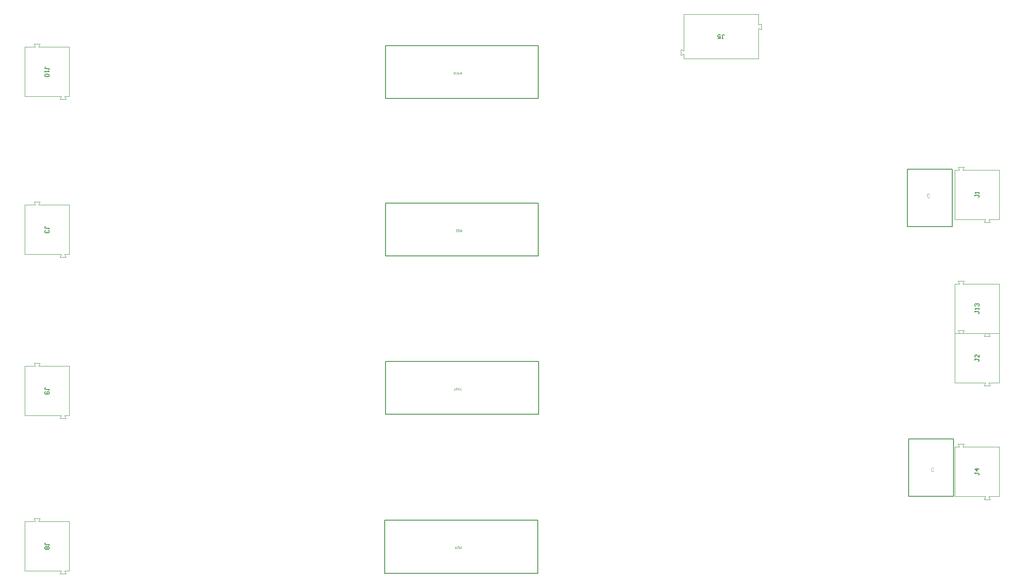
<source format=gbr>
%TF.GenerationSoftware,Altium Limited,Altium Designer,21.6.4 (81)*%
G04 Layer_Color=8388736*
%FSLAX43Y43*%
%MOMM*%
%TF.SameCoordinates,95A2699C-722C-4572-8EE5-7BEA9F810E30*%
%TF.FilePolarity,Positive*%
%TF.FileFunction,Other,Top_Assembly*%
%TF.Part,Single*%
G01*
G75*
%TA.AperFunction,NonConductor*%
%ADD94C,0.200*%
%ADD95C,0.150*%
%ADD137C,0.100*%
G36*
X-112248Y116722D02*
X-112243Y116722D01*
X-112238Y116721D01*
X-112231Y116720D01*
X-112224Y116719D01*
X-112209Y116715D01*
X-112192Y116709D01*
X-112184Y116705D01*
X-112176Y116700D01*
X-112168Y116696D01*
X-112161Y116690D01*
X-112160Y116689D01*
X-112159Y116688D01*
X-112157Y116686D01*
X-112155Y116684D01*
X-112151Y116680D01*
X-112148Y116676D01*
X-112145Y116671D01*
X-112141Y116666D01*
X-112137Y116659D01*
X-112133Y116652D01*
X-112129Y116644D01*
X-112125Y116636D01*
X-112122Y116627D01*
X-112119Y116617D01*
X-112117Y116607D01*
X-112115Y116596D01*
X-112176Y116591D01*
Y116592D01*
X-112177Y116593D01*
Y116595D01*
X-112177Y116598D01*
X-112179Y116606D01*
X-112183Y116615D01*
X-112186Y116625D01*
X-112191Y116635D01*
X-112197Y116644D01*
X-112205Y116652D01*
X-112206Y116653D01*
X-112209Y116655D01*
X-112213Y116658D01*
X-112220Y116662D01*
X-112228Y116665D01*
X-112237Y116668D01*
X-112248Y116670D01*
X-112260Y116671D01*
X-112265D01*
X-112270Y116670D01*
X-112278Y116670D01*
X-112285Y116668D01*
X-112294Y116666D01*
X-112302Y116662D01*
X-112311Y116658D01*
X-112312Y116658D01*
X-112315Y116656D01*
X-112319Y116653D01*
X-112324Y116649D01*
X-112330Y116644D01*
X-112336Y116638D01*
X-112342Y116631D01*
X-112347Y116623D01*
X-112348Y116622D01*
X-112350Y116619D01*
X-112352Y116614D01*
X-112355Y116607D01*
X-112359Y116599D01*
X-112363Y116589D01*
X-112367Y116577D01*
X-112370Y116563D01*
Y116563D01*
X-112371Y116561D01*
Y116559D01*
X-112372Y116557D01*
X-112372Y116553D01*
X-112373Y116549D01*
X-112375Y116539D01*
X-112377Y116528D01*
X-112378Y116515D01*
X-112379Y116501D01*
X-112380Y116486D01*
Y116485D01*
Y116483D01*
Y116479D01*
Y116473D01*
X-112379Y116475D01*
X-112376Y116478D01*
X-112372Y116484D01*
X-112366Y116491D01*
X-112358Y116499D01*
X-112350Y116507D01*
X-112339Y116515D01*
X-112328Y116522D01*
X-112327D01*
X-112326Y116523D01*
X-112324Y116524D01*
X-112322Y116525D01*
X-112316Y116528D01*
X-112306Y116531D01*
X-112296Y116535D01*
X-112284Y116538D01*
X-112271Y116540D01*
X-112257Y116541D01*
X-112251D01*
X-112246Y116540D01*
X-112241Y116539D01*
X-112234Y116538D01*
X-112228Y116537D01*
X-112220Y116535D01*
X-112212Y116533D01*
X-112203Y116529D01*
X-112195Y116526D01*
X-112185Y116521D01*
X-112176Y116516D01*
X-112167Y116510D01*
X-112159Y116503D01*
X-112150Y116495D01*
X-112149Y116494D01*
X-112148Y116493D01*
X-112146Y116490D01*
X-112143Y116486D01*
X-112140Y116482D01*
X-112136Y116476D01*
X-112132Y116469D01*
X-112128Y116462D01*
X-112124Y116454D01*
X-112120Y116445D01*
X-112116Y116435D01*
X-112113Y116424D01*
X-112110Y116413D01*
X-112108Y116400D01*
X-112107Y116388D01*
X-112106Y116374D01*
Y116373D01*
Y116370D01*
Y116366D01*
X-112107Y116361D01*
X-112107Y116354D01*
X-112109Y116346D01*
X-112110Y116338D01*
X-112112Y116329D01*
X-112117Y116309D01*
X-112121Y116298D01*
X-112125Y116288D01*
X-112131Y116278D01*
X-112137Y116267D01*
X-112143Y116258D01*
X-112151Y116249D01*
X-112152Y116248D01*
X-112153Y116247D01*
X-112156Y116244D01*
X-112159Y116241D01*
X-112164Y116237D01*
X-112169Y116233D01*
X-112176Y116229D01*
X-112183Y116225D01*
X-112191Y116220D01*
X-112200Y116216D01*
X-112209Y116212D01*
X-112219Y116208D01*
X-112230Y116205D01*
X-112242Y116203D01*
X-112254Y116201D01*
X-112266Y116201D01*
X-112271D01*
X-112275Y116201D01*
X-112279D01*
X-112284Y116202D01*
X-112296Y116204D01*
X-112310Y116207D01*
X-112326Y116212D01*
X-112342Y116219D01*
X-112358Y116228D01*
X-112358D01*
X-112360Y116229D01*
X-112362Y116231D01*
X-112364Y116233D01*
X-112372Y116239D01*
X-112381Y116247D01*
X-112391Y116259D01*
X-112402Y116271D01*
X-112411Y116286D01*
X-112420Y116304D01*
Y116305D01*
X-112421Y116306D01*
X-112422Y116310D01*
X-112423Y116314D01*
X-112425Y116319D01*
X-112427Y116325D01*
X-112429Y116332D01*
X-112431Y116341D01*
X-112433Y116351D01*
X-112435Y116362D01*
X-112437Y116373D01*
X-112439Y116386D01*
X-112440Y116400D01*
X-112441Y116415D01*
X-112442Y116431D01*
Y116448D01*
Y116450D01*
Y116452D01*
Y116457D01*
Y116464D01*
X-112441Y116473D01*
X-112441Y116482D01*
X-112440Y116493D01*
X-112439Y116505D01*
X-112438Y116517D01*
X-112437Y116529D01*
X-112433Y116556D01*
X-112428Y116581D01*
X-112425Y116593D01*
X-112421Y116605D01*
Y116605D01*
X-112420Y116607D01*
X-112419Y116610D01*
X-112417Y116614D01*
X-112415Y116619D01*
X-112412Y116625D01*
X-112405Y116637D01*
X-112396Y116652D01*
X-112385Y116666D01*
X-112372Y116680D01*
X-112357Y116693D01*
X-112356D01*
X-112355Y116694D01*
X-112353Y116696D01*
X-112350Y116698D01*
X-112346Y116700D01*
X-112341Y116702D01*
X-112335Y116705D01*
X-112329Y116708D01*
X-112314Y116714D01*
X-112298Y116718D01*
X-112279Y116722D01*
X-112269Y116722D01*
X-112258Y116723D01*
X-112252D01*
X-112248Y116722D01*
D02*
G37*
G36*
X-110821Y116203D02*
X-111059D01*
X-111065Y116203D01*
X-111071D01*
X-111079Y116204D01*
X-111087Y116205D01*
X-111103Y116206D01*
X-111120Y116209D01*
X-111137Y116212D01*
X-111145Y116214D01*
X-111152Y116217D01*
X-111152D01*
X-111153Y116217D01*
X-111155Y116218D01*
X-111158Y116219D01*
X-111164Y116223D01*
X-111172Y116228D01*
X-111182Y116235D01*
X-111191Y116243D01*
X-111200Y116254D01*
X-111209Y116266D01*
Y116266D01*
X-111210Y116267D01*
X-111211Y116269D01*
X-111212Y116272D01*
X-111216Y116279D01*
X-111220Y116288D01*
X-111224Y116300D01*
X-111227Y116313D01*
X-111230Y116328D01*
X-111230Y116343D01*
Y116344D01*
Y116346D01*
Y116348D01*
X-111230Y116352D01*
X-111229Y116357D01*
X-111228Y116362D01*
X-111226Y116375D01*
X-111222Y116390D01*
X-111216Y116405D01*
X-111212Y116412D01*
X-111207Y116420D01*
X-111201Y116428D01*
X-111195Y116435D01*
X-111194Y116436D01*
X-111194Y116436D01*
X-111191Y116438D01*
X-111188Y116441D01*
X-111184Y116444D01*
X-111180Y116447D01*
X-111174Y116451D01*
X-111168Y116455D01*
X-111161Y116459D01*
X-111153Y116463D01*
X-111144Y116467D01*
X-111134Y116471D01*
X-111123Y116474D01*
X-111112Y116477D01*
X-111099Y116480D01*
X-111086Y116482D01*
X-111087Y116483D01*
X-111091Y116484D01*
X-111095Y116487D01*
X-111101Y116490D01*
X-111114Y116499D01*
X-111120Y116503D01*
X-111126Y116508D01*
X-111127D01*
X-111128Y116509D01*
X-111132Y116513D01*
X-111137Y116519D01*
X-111145Y116527D01*
X-111154Y116536D01*
X-111163Y116548D01*
X-111173Y116561D01*
X-111183Y116576D01*
X-111272Y116714D01*
X-111186D01*
X-111119Y116609D01*
Y116608D01*
X-111118Y116607D01*
X-111116Y116604D01*
X-111114Y116601D01*
X-111112Y116597D01*
X-111108Y116593D01*
X-111102Y116583D01*
X-111094Y116571D01*
X-111086Y116560D01*
X-111078Y116549D01*
X-111070Y116539D01*
X-111069Y116537D01*
X-111067Y116535D01*
X-111063Y116530D01*
X-111059Y116525D01*
X-111053Y116519D01*
X-111047Y116513D01*
X-111041Y116509D01*
X-111035Y116504D01*
X-111035Y116503D01*
X-111033Y116503D01*
X-111030Y116501D01*
X-111026Y116499D01*
X-111021Y116496D01*
X-111016Y116494D01*
X-111005Y116490D01*
X-111004D01*
X-111003Y116489D01*
X-111000D01*
X-110996Y116489D01*
X-110991Y116488D01*
X-110984D01*
X-110977Y116487D01*
X-110889D01*
Y116714D01*
X-110821D01*
Y116203D01*
D02*
G37*
G36*
X-111485Y116314D02*
X-111484Y116315D01*
X-111481Y116318D01*
X-111476Y116322D01*
X-111469Y116328D01*
X-111461Y116334D01*
X-111450Y116342D01*
X-111439Y116350D01*
X-111425Y116358D01*
X-111425D01*
X-111424Y116358D01*
X-111422Y116360D01*
X-111419Y116361D01*
X-111412Y116365D01*
X-111403Y116370D01*
X-111393Y116375D01*
X-111382Y116380D01*
X-111371Y116386D01*
X-111359Y116390D01*
Y116329D01*
X-111360D01*
X-111362Y116328D01*
X-111365Y116326D01*
X-111368Y116324D01*
X-111373Y116322D01*
X-111378Y116319D01*
X-111391Y116312D01*
X-111405Y116304D01*
X-111421Y116293D01*
X-111436Y116282D01*
X-111451Y116269D01*
X-111452Y116268D01*
X-111453Y116268D01*
X-111455Y116266D01*
X-111458Y116263D01*
X-111465Y116257D01*
X-111473Y116247D01*
X-111482Y116237D01*
X-111491Y116225D01*
X-111500Y116213D01*
X-111507Y116201D01*
X-111548D01*
Y116714D01*
X-111485D01*
Y116314D01*
D02*
G37*
G36*
X-111868Y116722D02*
X-111863D01*
X-111856Y116722D01*
X-111850Y116720D01*
X-111842Y116718D01*
X-111833Y116716D01*
X-111824Y116714D01*
X-111815Y116710D01*
X-111805Y116706D01*
X-111795Y116701D01*
X-111785Y116695D01*
X-111776Y116688D01*
X-111767Y116680D01*
X-111759Y116670D01*
X-111758Y116670D01*
X-111757Y116667D01*
X-111754Y116664D01*
X-111751Y116658D01*
X-111747Y116651D01*
X-111743Y116642D01*
X-111739Y116633D01*
X-111734Y116621D01*
X-111729Y116607D01*
X-111725Y116591D01*
X-111720Y116575D01*
X-111717Y116555D01*
X-111713Y116535D01*
X-111711Y116513D01*
X-111709Y116488D01*
X-111709Y116462D01*
Y116461D01*
Y116458D01*
Y116453D01*
Y116447D01*
X-111709Y116440D01*
X-111710Y116431D01*
Y116421D01*
X-111711Y116410D01*
X-111713Y116387D01*
X-111717Y116362D01*
X-111721Y116338D01*
X-111724Y116327D01*
X-111727Y116316D01*
Y116316D01*
X-111728Y116314D01*
X-111729Y116311D01*
X-111731Y116307D01*
X-111733Y116302D01*
X-111735Y116297D01*
X-111741Y116284D01*
X-111749Y116271D01*
X-111759Y116257D01*
X-111770Y116243D01*
X-111783Y116231D01*
X-111783Y116230D01*
X-111785Y116229D01*
X-111787Y116228D01*
X-111789Y116226D01*
X-111793Y116224D01*
X-111797Y116221D01*
X-111802Y116219D01*
X-111808Y116215D01*
X-111821Y116210D01*
X-111837Y116205D01*
X-111855Y116202D01*
X-111865Y116201D01*
X-111882D01*
X-111886Y116201D01*
X-111890D01*
X-111900Y116203D01*
X-111911Y116205D01*
X-111923Y116208D01*
X-111936Y116212D01*
X-111948Y116217D01*
X-111948D01*
X-111949Y116218D01*
X-111953Y116221D01*
X-111958Y116224D01*
X-111966Y116229D01*
X-111974Y116237D01*
X-111982Y116245D01*
X-111991Y116254D01*
X-111999Y116265D01*
Y116266D01*
X-112000Y116266D01*
X-112001Y116268D01*
X-112002Y116270D01*
X-112006Y116277D01*
X-112010Y116286D01*
X-112016Y116298D01*
X-112021Y116310D01*
X-112026Y116326D01*
X-112030Y116342D01*
Y116342D01*
X-112031Y116344D01*
X-112032Y116346D01*
X-112032Y116350D01*
X-112033Y116354D01*
X-112034Y116360D01*
X-112035Y116366D01*
X-112036Y116374D01*
X-112037Y116382D01*
X-112038Y116391D01*
X-112039Y116400D01*
X-112040Y116412D01*
X-112041Y116423D01*
X-112041Y116435D01*
X-112042Y116448D01*
Y116462D01*
Y116463D01*
Y116466D01*
Y116471D01*
Y116477D01*
X-112041Y116485D01*
Y116493D01*
X-112041Y116503D01*
X-112040Y116514D01*
X-112037Y116537D01*
X-112034Y116562D01*
X-112030Y116586D01*
X-112027Y116597D01*
X-112024Y116608D01*
Y116609D01*
X-112023Y116611D01*
X-112022Y116613D01*
X-112020Y116617D01*
X-112018Y116622D01*
X-112016Y116627D01*
X-112010Y116639D01*
X-112002Y116653D01*
X-111992Y116667D01*
X-111981Y116681D01*
X-111968Y116693D01*
X-111967D01*
X-111966Y116694D01*
X-111964Y116696D01*
X-111961Y116698D01*
X-111958Y116700D01*
X-111953Y116702D01*
X-111948Y116705D01*
X-111942Y116708D01*
X-111929Y116714D01*
X-111913Y116718D01*
X-111895Y116722D01*
X-111885Y116722D01*
X-111875Y116723D01*
X-111872D01*
X-111868Y116722D01*
D02*
G37*
G36*
X-111463Y84922D02*
X-111457Y84922D01*
X-111451Y84921D01*
X-111443Y84920D01*
X-111435Y84918D01*
X-111417Y84913D01*
X-111408Y84910D01*
X-111399Y84906D01*
X-111389Y84902D01*
X-111379Y84896D01*
X-111371Y84890D01*
X-111362Y84883D01*
X-111361Y84882D01*
X-111360Y84881D01*
X-111358Y84879D01*
X-111355Y84876D01*
X-111351Y84872D01*
X-111347Y84867D01*
X-111343Y84861D01*
X-111339Y84855D01*
X-111335Y84848D01*
X-111330Y84840D01*
X-111326Y84831D01*
X-111322Y84822D01*
X-111318Y84812D01*
X-111315Y84802D01*
X-111313Y84791D01*
X-111311Y84779D01*
X-111374Y84770D01*
Y84771D01*
X-111375Y84773D01*
X-111375Y84775D01*
X-111376Y84779D01*
X-111377Y84783D01*
X-111379Y84788D01*
X-111383Y84800D01*
X-111387Y84813D01*
X-111394Y84825D01*
X-111401Y84838D01*
X-111405Y84843D01*
X-111410Y84848D01*
X-111411Y84848D01*
X-111415Y84851D01*
X-111420Y84855D01*
X-111428Y84859D01*
X-111437Y84864D01*
X-111448Y84867D01*
X-111461Y84870D01*
X-111474Y84871D01*
X-111478D01*
X-111481Y84870D01*
X-111485D01*
X-111490Y84870D01*
X-111500Y84867D01*
X-111512Y84864D01*
X-111524Y84858D01*
X-111537Y84850D01*
X-111543Y84846D01*
X-111549Y84840D01*
X-111550Y84840D01*
X-111550Y84839D01*
X-111552Y84837D01*
X-111554Y84835D01*
X-111559Y84829D01*
X-111564Y84819D01*
X-111570Y84809D01*
X-111575Y84795D01*
X-111578Y84781D01*
X-111580Y84773D01*
Y84765D01*
Y84764D01*
Y84763D01*
Y84761D01*
X-111579Y84757D01*
Y84754D01*
X-111578Y84749D01*
X-111576Y84739D01*
X-111573Y84728D01*
X-111568Y84716D01*
X-111560Y84705D01*
X-111556Y84699D01*
X-111551Y84693D01*
X-111550Y84692D01*
X-111546Y84689D01*
X-111540Y84685D01*
X-111532Y84679D01*
X-111521Y84674D01*
X-111509Y84670D01*
X-111495Y84667D01*
X-111479Y84665D01*
X-111472D01*
X-111467Y84666D01*
X-111461Y84667D01*
X-111453Y84668D01*
X-111444Y84670D01*
X-111435Y84672D01*
X-111442Y84617D01*
X-111443D01*
X-111445Y84618D01*
X-111449Y84618D01*
X-111456D01*
X-111459Y84618D01*
X-111467Y84617D01*
X-111476Y84616D01*
X-111487Y84613D01*
X-111499Y84610D01*
X-111512Y84604D01*
X-111524Y84598D01*
X-111524D01*
X-111525Y84596D01*
X-111529Y84594D01*
X-111534Y84588D01*
X-111540Y84582D01*
X-111546Y84572D01*
X-111551Y84561D01*
X-111555Y84548D01*
X-111556Y84540D01*
X-111556Y84532D01*
Y84532D01*
Y84531D01*
X-111556Y84526D01*
X-111555Y84520D01*
X-111554Y84512D01*
X-111550Y84504D01*
X-111546Y84494D01*
X-111540Y84484D01*
X-111532Y84476D01*
X-111531Y84474D01*
X-111528Y84472D01*
X-111523Y84468D01*
X-111516Y84464D01*
X-111508Y84460D01*
X-111497Y84456D01*
X-111486Y84453D01*
X-111473Y84453D01*
X-111469D01*
X-111467Y84453D01*
X-111459Y84454D01*
X-111451Y84455D01*
X-111441Y84459D01*
X-111431Y84463D01*
X-111421Y84468D01*
X-111411Y84476D01*
X-111409Y84477D01*
X-111407Y84480D01*
X-111403Y84485D01*
X-111398Y84493D01*
X-111393Y84502D01*
X-111387Y84514D01*
X-111383Y84528D01*
X-111380Y84544D01*
X-111317Y84533D01*
Y84532D01*
X-111318Y84530D01*
X-111319Y84527D01*
X-111320Y84522D01*
X-111321Y84518D01*
X-111323Y84511D01*
X-111325Y84504D01*
X-111328Y84497D01*
X-111335Y84482D01*
X-111344Y84466D01*
X-111355Y84450D01*
X-111362Y84443D01*
X-111369Y84436D01*
X-111370Y84435D01*
X-111371Y84435D01*
X-111373Y84433D01*
X-111377Y84431D01*
X-111381Y84428D01*
X-111385Y84425D01*
X-111391Y84421D01*
X-111397Y84418D01*
X-111405Y84415D01*
X-111412Y84412D01*
X-111429Y84406D01*
X-111449Y84402D01*
X-111460Y84401D01*
X-111471Y84401D01*
X-111478D01*
X-111482Y84401D01*
X-111486D01*
X-111496Y84403D01*
X-111508Y84405D01*
X-111521Y84408D01*
X-111534Y84413D01*
X-111548Y84419D01*
X-111548D01*
X-111549Y84419D01*
X-111551Y84421D01*
X-111554Y84422D01*
X-111560Y84426D01*
X-111568Y84431D01*
X-111576Y84439D01*
X-111586Y84447D01*
X-111594Y84457D01*
X-111602Y84468D01*
Y84468D01*
X-111602Y84469D01*
X-111605Y84473D01*
X-111608Y84480D01*
X-111612Y84488D01*
X-111615Y84498D01*
X-111618Y84509D01*
X-111620Y84521D01*
X-111621Y84534D01*
Y84534D01*
Y84535D01*
Y84539D01*
X-111620Y84546D01*
X-111619Y84554D01*
X-111616Y84563D01*
X-111614Y84573D01*
X-111609Y84584D01*
X-111603Y84594D01*
X-111602Y84596D01*
X-111600Y84599D01*
X-111596Y84604D01*
X-111590Y84610D01*
X-111582Y84617D01*
X-111573Y84624D01*
X-111562Y84631D01*
X-111550Y84638D01*
X-111551D01*
X-111552Y84638D01*
X-111555Y84639D01*
X-111558Y84640D01*
X-111562Y84641D01*
X-111566Y84643D01*
X-111576Y84647D01*
X-111588Y84653D01*
X-111599Y84661D01*
X-111611Y84670D01*
X-111621Y84681D01*
Y84682D01*
X-111622Y84683D01*
X-111624Y84685D01*
X-111625Y84687D01*
X-111627Y84691D01*
X-111629Y84694D01*
X-111634Y84704D01*
X-111638Y84716D01*
X-111642Y84730D01*
X-111645Y84745D01*
X-111646Y84763D01*
Y84764D01*
Y84766D01*
Y84770D01*
X-111646Y84775D01*
X-111645Y84781D01*
X-111644Y84787D01*
X-111642Y84795D01*
X-111640Y84803D01*
X-111638Y84811D01*
X-111634Y84821D01*
X-111630Y84830D01*
X-111626Y84840D01*
X-111620Y84849D01*
X-111613Y84859D01*
X-111606Y84868D01*
X-111597Y84877D01*
X-111596Y84878D01*
X-111595Y84879D01*
X-111592Y84881D01*
X-111588Y84884D01*
X-111584Y84888D01*
X-111578Y84892D01*
X-111571Y84896D01*
X-111564Y84900D01*
X-111555Y84904D01*
X-111546Y84908D01*
X-111536Y84912D01*
X-111524Y84916D01*
X-111513Y84919D01*
X-111500Y84921D01*
X-111488Y84922D01*
X-111474Y84923D01*
X-111467D01*
X-111463Y84922D01*
D02*
G37*
G36*
X-110821Y84403D02*
X-111059D01*
X-111065Y84403D01*
X-111071D01*
X-111079Y84404D01*
X-111087Y84405D01*
X-111103Y84406D01*
X-111120Y84409D01*
X-111137Y84412D01*
X-111145Y84414D01*
X-111152Y84417D01*
X-111152D01*
X-111153Y84417D01*
X-111155Y84418D01*
X-111158Y84419D01*
X-111164Y84423D01*
X-111172Y84428D01*
X-111182Y84435D01*
X-111191Y84443D01*
X-111200Y84454D01*
X-111209Y84466D01*
Y84466D01*
X-111210Y84467D01*
X-111211Y84469D01*
X-111212Y84472D01*
X-111216Y84479D01*
X-111220Y84488D01*
X-111224Y84500D01*
X-111227Y84513D01*
X-111230Y84528D01*
X-111230Y84543D01*
Y84544D01*
Y84546D01*
Y84548D01*
X-111230Y84552D01*
X-111229Y84557D01*
X-111228Y84562D01*
X-111226Y84575D01*
X-111222Y84590D01*
X-111216Y84605D01*
X-111212Y84612D01*
X-111207Y84620D01*
X-111201Y84628D01*
X-111195Y84635D01*
X-111194Y84636D01*
X-111194Y84636D01*
X-111191Y84638D01*
X-111188Y84641D01*
X-111184Y84644D01*
X-111180Y84647D01*
X-111174Y84651D01*
X-111168Y84655D01*
X-111161Y84659D01*
X-111153Y84663D01*
X-111144Y84667D01*
X-111134Y84671D01*
X-111123Y84674D01*
X-111112Y84677D01*
X-111099Y84680D01*
X-111086Y84682D01*
X-111087Y84683D01*
X-111091Y84684D01*
X-111095Y84687D01*
X-111101Y84690D01*
X-111114Y84699D01*
X-111120Y84703D01*
X-111126Y84708D01*
X-111127D01*
X-111128Y84709D01*
X-111132Y84713D01*
X-111137Y84719D01*
X-111145Y84727D01*
X-111154Y84736D01*
X-111163Y84748D01*
X-111173Y84761D01*
X-111183Y84776D01*
X-111272Y84914D01*
X-111186D01*
X-111119Y84809D01*
Y84808D01*
X-111118Y84807D01*
X-111116Y84804D01*
X-111114Y84801D01*
X-111112Y84797D01*
X-111108Y84793D01*
X-111102Y84783D01*
X-111094Y84771D01*
X-111086Y84760D01*
X-111078Y84749D01*
X-111070Y84739D01*
X-111069Y84737D01*
X-111067Y84735D01*
X-111063Y84730D01*
X-111059Y84725D01*
X-111053Y84719D01*
X-111047Y84713D01*
X-111041Y84709D01*
X-111035Y84704D01*
X-111035Y84703D01*
X-111033Y84703D01*
X-111030Y84701D01*
X-111026Y84699D01*
X-111021Y84696D01*
X-111016Y84694D01*
X-111005Y84690D01*
X-111004D01*
X-111003Y84689D01*
X-111000D01*
X-110996Y84689D01*
X-110991Y84688D01*
X-110984D01*
X-110977Y84687D01*
X-110889D01*
Y84914D01*
X-110821D01*
Y84403D01*
D02*
G37*
G36*
X-111699Y84913D02*
Y84910D01*
Y84906D01*
X-111700Y84900D01*
X-111701Y84894D01*
X-111702Y84886D01*
X-111704Y84879D01*
X-111707Y84871D01*
Y84870D01*
X-111707Y84870D01*
X-111708Y84868D01*
X-111709Y84865D01*
X-111712Y84858D01*
X-111717Y84850D01*
X-111723Y84839D01*
X-111729Y84828D01*
X-111738Y84816D01*
X-111748Y84803D01*
X-111749Y84803D01*
X-111749Y84802D01*
X-111751Y84800D01*
X-111753Y84797D01*
X-111760Y84790D01*
X-111769Y84781D01*
X-111781Y84769D01*
X-111795Y84756D01*
X-111811Y84741D01*
X-111831Y84725D01*
X-111831Y84725D01*
X-111834Y84722D01*
X-111839Y84719D01*
X-111844Y84714D01*
X-111850Y84708D01*
X-111858Y84701D01*
X-111867Y84694D01*
X-111876Y84686D01*
X-111894Y84669D01*
X-111913Y84651D01*
X-111922Y84642D01*
X-111930Y84633D01*
X-111937Y84625D01*
X-111943Y84617D01*
X-111944Y84616D01*
X-111944Y84615D01*
X-111946Y84613D01*
X-111948Y84610D01*
X-111950Y84606D01*
X-111952Y84602D01*
X-111958Y84592D01*
X-111964Y84581D01*
X-111968Y84568D01*
X-111972Y84554D01*
X-111973Y84548D01*
Y84541D01*
Y84540D01*
Y84539D01*
Y84538D01*
X-111972Y84535D01*
X-111972Y84528D01*
X-111970Y84519D01*
X-111966Y84509D01*
X-111962Y84499D01*
X-111955Y84488D01*
X-111946Y84478D01*
X-111944Y84477D01*
X-111941Y84474D01*
X-111935Y84470D01*
X-111927Y84465D01*
X-111917Y84461D01*
X-111905Y84457D01*
X-111891Y84454D01*
X-111876Y84453D01*
X-111871D01*
X-111868Y84453D01*
X-111864D01*
X-111860Y84454D01*
X-111850Y84456D01*
X-111839Y84459D01*
X-111826Y84464D01*
X-111814Y84470D01*
X-111803Y84480D01*
X-111802Y84481D01*
X-111799Y84484D01*
X-111795Y84491D01*
X-111790Y84499D01*
X-111785Y84510D01*
X-111780Y84523D01*
X-111777Y84538D01*
X-111776Y84555D01*
X-111711Y84548D01*
Y84548D01*
X-111712Y84545D01*
Y84542D01*
X-111713Y84536D01*
X-111714Y84530D01*
X-111715Y84524D01*
X-111717Y84516D01*
X-111720Y84508D01*
X-111726Y84490D01*
X-111730Y84480D01*
X-111735Y84472D01*
X-111740Y84463D01*
X-111746Y84454D01*
X-111753Y84446D01*
X-111761Y84439D01*
X-111761Y84438D01*
X-111763Y84437D01*
X-111765Y84435D01*
X-111769Y84433D01*
X-111773Y84430D01*
X-111779Y84427D01*
X-111785Y84423D01*
X-111792Y84419D01*
X-111800Y84416D01*
X-111809Y84413D01*
X-111818Y84409D01*
X-111829Y84407D01*
X-111839Y84404D01*
X-111851Y84402D01*
X-111864Y84401D01*
X-111877Y84401D01*
X-111884D01*
X-111889Y84401D01*
X-111896Y84402D01*
X-111903Y84403D01*
X-111911Y84404D01*
X-111920Y84406D01*
X-111938Y84411D01*
X-111948Y84414D01*
X-111958Y84418D01*
X-111968Y84423D01*
X-111977Y84429D01*
X-111986Y84435D01*
X-111994Y84442D01*
X-111995Y84443D01*
X-111996Y84444D01*
X-111998Y84446D01*
X-112001Y84449D01*
X-112004Y84453D01*
X-112008Y84458D01*
X-112012Y84463D01*
X-112016Y84470D01*
X-112020Y84476D01*
X-112024Y84484D01*
X-112031Y84502D01*
X-112034Y84511D01*
X-112035Y84521D01*
X-112037Y84532D01*
X-112037Y84543D01*
Y84544D01*
Y84548D01*
X-112037Y84554D01*
X-112036Y84562D01*
X-112034Y84571D01*
X-112032Y84582D01*
X-112029Y84592D01*
X-112025Y84604D01*
X-112024Y84605D01*
X-112022Y84609D01*
X-112020Y84615D01*
X-112015Y84622D01*
X-112009Y84632D01*
X-112002Y84642D01*
X-111993Y84654D01*
X-111983Y84666D01*
Y84667D01*
X-111982Y84667D01*
X-111980Y84669D01*
X-111978Y84672D01*
X-111974Y84675D01*
X-111970Y84679D01*
X-111966Y84684D01*
X-111960Y84689D01*
X-111954Y84695D01*
X-111946Y84702D01*
X-111938Y84710D01*
X-111930Y84718D01*
X-111920Y84727D01*
X-111910Y84735D01*
X-111898Y84745D01*
X-111886Y84756D01*
X-111885Y84757D01*
X-111883Y84758D01*
X-111880Y84761D01*
X-111876Y84763D01*
X-111872Y84767D01*
X-111867Y84772D01*
X-111856Y84782D01*
X-111843Y84793D01*
X-111831Y84803D01*
X-111826Y84808D01*
X-111821Y84813D01*
X-111817Y84817D01*
X-111813Y84821D01*
X-111813Y84821D01*
X-111811Y84823D01*
X-111808Y84827D01*
X-111804Y84831D01*
X-111800Y84836D01*
X-111795Y84842D01*
X-111787Y84854D01*
X-112038D01*
Y84914D01*
X-111699D01*
Y84913D01*
D02*
G37*
G36*
X-111978Y20787D02*
X-111973Y20787D01*
X-111968Y20786D01*
X-111961Y20785D01*
X-111954Y20784D01*
X-111938Y20780D01*
X-111922Y20774D01*
X-111914Y20770D01*
X-111906Y20765D01*
X-111898Y20761D01*
X-111890Y20755D01*
X-111890Y20754D01*
X-111889Y20753D01*
X-111887Y20751D01*
X-111884Y20749D01*
X-111881Y20745D01*
X-111878Y20741D01*
X-111874Y20736D01*
X-111870Y20731D01*
X-111866Y20724D01*
X-111862Y20717D01*
X-111859Y20709D01*
X-111855Y20701D01*
X-111852Y20692D01*
X-111849Y20682D01*
X-111847Y20672D01*
X-111845Y20661D01*
X-111906Y20656D01*
Y20657D01*
X-111906Y20658D01*
Y20660D01*
X-111907Y20663D01*
X-111909Y20671D01*
X-111912Y20680D01*
X-111916Y20690D01*
X-111921Y20700D01*
X-111927Y20709D01*
X-111934Y20717D01*
X-111936Y20718D01*
X-111938Y20720D01*
X-111943Y20723D01*
X-111950Y20727D01*
X-111958Y20730D01*
X-111967Y20733D01*
X-111978Y20735D01*
X-111990Y20736D01*
X-111995D01*
X-112000Y20735D01*
X-112007Y20735D01*
X-112015Y20733D01*
X-112023Y20731D01*
X-112032Y20727D01*
X-112041Y20723D01*
X-112041Y20723D01*
X-112045Y20721D01*
X-112049Y20718D01*
X-112053Y20714D01*
X-112059Y20709D01*
X-112065Y20703D01*
X-112071Y20696D01*
X-112077Y20688D01*
X-112077Y20687D01*
X-112079Y20684D01*
X-112081Y20679D01*
X-112085Y20672D01*
X-112089Y20664D01*
X-112093Y20654D01*
X-112097Y20642D01*
X-112100Y20628D01*
Y20628D01*
X-112101Y20626D01*
Y20624D01*
X-112101Y20622D01*
X-112102Y20618D01*
X-112103Y20614D01*
X-112105Y20604D01*
X-112107Y20593D01*
X-112108Y20580D01*
X-112109Y20566D01*
X-112109Y20551D01*
Y20550D01*
Y20548D01*
Y20544D01*
Y20538D01*
X-112109Y20540D01*
X-112106Y20543D01*
X-112101Y20549D01*
X-112095Y20556D01*
X-112088Y20564D01*
X-112079Y20572D01*
X-112069Y20580D01*
X-112057Y20587D01*
X-112057D01*
X-112056Y20588D01*
X-112054Y20589D01*
X-112051Y20590D01*
X-112045Y20593D01*
X-112036Y20596D01*
X-112026Y20600D01*
X-112014Y20603D01*
X-112001Y20605D01*
X-111987Y20606D01*
X-111981D01*
X-111976Y20605D01*
X-111971Y20604D01*
X-111964Y20603D01*
X-111958Y20602D01*
X-111950Y20600D01*
X-111942Y20598D01*
X-111933Y20594D01*
X-111924Y20591D01*
X-111915Y20586D01*
X-111906Y20581D01*
X-111897Y20575D01*
X-111888Y20568D01*
X-111880Y20560D01*
X-111879Y20559D01*
X-111878Y20558D01*
X-111876Y20555D01*
X-111873Y20551D01*
X-111870Y20547D01*
X-111866Y20541D01*
X-111862Y20534D01*
X-111858Y20527D01*
X-111854Y20519D01*
X-111850Y20510D01*
X-111846Y20500D01*
X-111842Y20489D01*
X-111840Y20478D01*
X-111838Y20465D01*
X-111836Y20453D01*
X-111836Y20439D01*
Y20438D01*
Y20435D01*
Y20431D01*
X-111836Y20426D01*
X-111837Y20419D01*
X-111838Y20411D01*
X-111840Y20403D01*
X-111842Y20394D01*
X-111847Y20374D01*
X-111850Y20363D01*
X-111855Y20353D01*
X-111860Y20343D01*
X-111866Y20332D01*
X-111873Y20323D01*
X-111881Y20314D01*
X-111882Y20313D01*
X-111883Y20312D01*
X-111886Y20309D01*
X-111889Y20306D01*
X-111894Y20302D01*
X-111899Y20298D01*
X-111906Y20294D01*
X-111913Y20290D01*
X-111920Y20285D01*
X-111930Y20281D01*
X-111939Y20277D01*
X-111949Y20273D01*
X-111960Y20270D01*
X-111971Y20268D01*
X-111983Y20266D01*
X-111996Y20266D01*
X-112001D01*
X-112005Y20266D01*
X-112009D01*
X-112014Y20267D01*
X-112026Y20269D01*
X-112040Y20272D01*
X-112055Y20277D01*
X-112071Y20284D01*
X-112087Y20293D01*
X-112088D01*
X-112089Y20294D01*
X-112091Y20296D01*
X-112094Y20298D01*
X-112101Y20304D01*
X-112111Y20312D01*
X-112121Y20323D01*
X-112131Y20336D01*
X-112141Y20351D01*
X-112150Y20369D01*
Y20370D01*
X-112151Y20371D01*
X-112152Y20375D01*
X-112153Y20379D01*
X-112155Y20384D01*
X-112157Y20390D01*
X-112159Y20397D01*
X-112161Y20406D01*
X-112163Y20416D01*
X-112165Y20427D01*
X-112166Y20438D01*
X-112168Y20451D01*
X-112170Y20465D01*
X-112171Y20480D01*
X-112172Y20496D01*
Y20513D01*
Y20514D01*
Y20517D01*
Y20522D01*
Y20529D01*
X-112171Y20538D01*
X-112170Y20547D01*
X-112170Y20558D01*
X-112169Y20570D01*
X-112168Y20582D01*
X-112166Y20594D01*
X-112163Y20621D01*
X-112158Y20646D01*
X-112155Y20658D01*
X-112151Y20670D01*
Y20670D01*
X-112150Y20672D01*
X-112149Y20675D01*
X-112147Y20679D01*
X-112145Y20684D01*
X-112142Y20690D01*
X-112135Y20702D01*
X-112126Y20717D01*
X-112115Y20731D01*
X-112102Y20745D01*
X-112087Y20758D01*
X-112086D01*
X-112085Y20759D01*
X-112083Y20761D01*
X-112079Y20763D01*
X-112075Y20765D01*
X-112071Y20767D01*
X-112065Y20770D01*
X-112059Y20773D01*
X-112044Y20779D01*
X-112027Y20783D01*
X-112009Y20787D01*
X-111999Y20787D01*
X-111988Y20788D01*
X-111982D01*
X-111978Y20787D01*
D02*
G37*
G36*
X-110948Y20268D02*
X-111186D01*
X-111192Y20268D01*
X-111198D01*
X-111206Y20269D01*
X-111214Y20270D01*
X-111230Y20271D01*
X-111247Y20274D01*
X-111264Y20277D01*
X-111272Y20279D01*
X-111279Y20282D01*
X-111279D01*
X-111280Y20282D01*
X-111282Y20283D01*
X-111285Y20284D01*
X-111291Y20288D01*
X-111299Y20293D01*
X-111309Y20300D01*
X-111318Y20308D01*
X-111327Y20319D01*
X-111336Y20331D01*
Y20331D01*
X-111337Y20332D01*
X-111338Y20334D01*
X-111339Y20337D01*
X-111343Y20344D01*
X-111347Y20353D01*
X-111351Y20365D01*
X-111354Y20378D01*
X-111357Y20393D01*
X-111357Y20408D01*
Y20409D01*
Y20411D01*
Y20413D01*
X-111357Y20417D01*
X-111356Y20422D01*
X-111355Y20427D01*
X-111353Y20440D01*
X-111349Y20455D01*
X-111343Y20470D01*
X-111339Y20477D01*
X-111334Y20485D01*
X-111328Y20493D01*
X-111322Y20500D01*
X-111321Y20501D01*
X-111321Y20501D01*
X-111318Y20503D01*
X-111315Y20506D01*
X-111311Y20509D01*
X-111307Y20512D01*
X-111301Y20516D01*
X-111295Y20520D01*
X-111288Y20524D01*
X-111280Y20528D01*
X-111271Y20532D01*
X-111261Y20536D01*
X-111250Y20539D01*
X-111239Y20542D01*
X-111226Y20545D01*
X-111213Y20547D01*
X-111214Y20548D01*
X-111218Y20549D01*
X-111222Y20552D01*
X-111228Y20555D01*
X-111241Y20564D01*
X-111247Y20568D01*
X-111253Y20573D01*
X-111254D01*
X-111255Y20574D01*
X-111259Y20578D01*
X-111264Y20584D01*
X-111272Y20592D01*
X-111281Y20601D01*
X-111290Y20613D01*
X-111300Y20626D01*
X-111310Y20641D01*
X-111399Y20779D01*
X-111313D01*
X-111246Y20674D01*
Y20673D01*
X-111245Y20672D01*
X-111243Y20669D01*
X-111241Y20666D01*
X-111239Y20662D01*
X-111235Y20658D01*
X-111229Y20648D01*
X-111221Y20636D01*
X-111213Y20625D01*
X-111205Y20614D01*
X-111197Y20604D01*
X-111196Y20602D01*
X-111194Y20600D01*
X-111190Y20595D01*
X-111186Y20590D01*
X-111180Y20584D01*
X-111174Y20578D01*
X-111168Y20574D01*
X-111162Y20569D01*
X-111162Y20568D01*
X-111160Y20568D01*
X-111157Y20566D01*
X-111153Y20564D01*
X-111148Y20561D01*
X-111143Y20559D01*
X-111132Y20555D01*
X-111131D01*
X-111130Y20554D01*
X-111127D01*
X-111123Y20554D01*
X-111118Y20553D01*
X-111111D01*
X-111104Y20552D01*
X-111016D01*
Y20779D01*
X-110948D01*
Y20268D01*
D02*
G37*
G36*
X-111429Y20778D02*
Y20775D01*
Y20771D01*
X-111430Y20765D01*
X-111430Y20759D01*
X-111432Y20751D01*
X-111434Y20744D01*
X-111436Y20736D01*
Y20735D01*
X-111437Y20735D01*
X-111438Y20733D01*
X-111439Y20730D01*
X-111442Y20723D01*
X-111446Y20715D01*
X-111452Y20704D01*
X-111459Y20693D01*
X-111468Y20681D01*
X-111478Y20668D01*
X-111478Y20668D01*
X-111479Y20667D01*
X-111481Y20665D01*
X-111483Y20662D01*
X-111490Y20655D01*
X-111499Y20646D01*
X-111510Y20634D01*
X-111524Y20621D01*
X-111541Y20606D01*
X-111560Y20590D01*
X-111561Y20590D01*
X-111564Y20587D01*
X-111568Y20584D01*
X-111574Y20579D01*
X-111580Y20573D01*
X-111588Y20566D01*
X-111597Y20559D01*
X-111605Y20551D01*
X-111624Y20534D01*
X-111643Y20516D01*
X-111651Y20507D01*
X-111659Y20498D01*
X-111667Y20490D01*
X-111673Y20482D01*
X-111673Y20481D01*
X-111674Y20480D01*
X-111675Y20478D01*
X-111677Y20475D01*
X-111679Y20471D01*
X-111682Y20467D01*
X-111688Y20457D01*
X-111693Y20446D01*
X-111698Y20433D01*
X-111701Y20419D01*
X-111703Y20413D01*
Y20406D01*
Y20405D01*
Y20404D01*
Y20403D01*
X-111702Y20400D01*
X-111701Y20393D01*
X-111699Y20384D01*
X-111696Y20374D01*
X-111691Y20364D01*
X-111685Y20353D01*
X-111675Y20343D01*
X-111674Y20342D01*
X-111671Y20339D01*
X-111665Y20335D01*
X-111657Y20330D01*
X-111647Y20326D01*
X-111635Y20322D01*
X-111621Y20319D01*
X-111605Y20318D01*
X-111601D01*
X-111598Y20318D01*
X-111594D01*
X-111590Y20319D01*
X-111580Y20321D01*
X-111568Y20324D01*
X-111556Y20329D01*
X-111544Y20335D01*
X-111533Y20345D01*
X-111532Y20346D01*
X-111529Y20349D01*
X-111524Y20356D01*
X-111520Y20364D01*
X-111514Y20375D01*
X-111510Y20388D01*
X-111507Y20403D01*
X-111506Y20420D01*
X-111441Y20413D01*
Y20413D01*
X-111442Y20410D01*
Y20407D01*
X-111442Y20401D01*
X-111444Y20395D01*
X-111445Y20389D01*
X-111447Y20381D01*
X-111450Y20373D01*
X-111456Y20355D01*
X-111460Y20345D01*
X-111464Y20337D01*
X-111470Y20327D01*
X-111476Y20319D01*
X-111482Y20311D01*
X-111490Y20304D01*
X-111491Y20303D01*
X-111492Y20302D01*
X-111495Y20300D01*
X-111498Y20298D01*
X-111503Y20295D01*
X-111508Y20292D01*
X-111514Y20288D01*
X-111522Y20284D01*
X-111530Y20281D01*
X-111538Y20278D01*
X-111548Y20274D01*
X-111558Y20272D01*
X-111569Y20269D01*
X-111581Y20267D01*
X-111594Y20266D01*
X-111607Y20266D01*
X-111614D01*
X-111619Y20266D01*
X-111625Y20267D01*
X-111633Y20268D01*
X-111641Y20269D01*
X-111649Y20271D01*
X-111668Y20276D01*
X-111677Y20279D01*
X-111687Y20283D01*
X-111697Y20288D01*
X-111707Y20294D01*
X-111715Y20300D01*
X-111724Y20307D01*
X-111725Y20308D01*
X-111726Y20309D01*
X-111728Y20311D01*
X-111731Y20314D01*
X-111734Y20318D01*
X-111738Y20323D01*
X-111741Y20328D01*
X-111746Y20335D01*
X-111750Y20341D01*
X-111753Y20349D01*
X-111761Y20367D01*
X-111763Y20376D01*
X-111765Y20386D01*
X-111767Y20397D01*
X-111767Y20408D01*
Y20409D01*
Y20413D01*
X-111767Y20419D01*
X-111766Y20427D01*
X-111764Y20436D01*
X-111762Y20447D01*
X-111759Y20457D01*
X-111755Y20469D01*
X-111754Y20470D01*
X-111752Y20474D01*
X-111749Y20480D01*
X-111745Y20487D01*
X-111739Y20497D01*
X-111731Y20507D01*
X-111723Y20519D01*
X-111713Y20531D01*
Y20532D01*
X-111711Y20532D01*
X-111709Y20534D01*
X-111707Y20537D01*
X-111704Y20540D01*
X-111700Y20544D01*
X-111695Y20549D01*
X-111689Y20554D01*
X-111683Y20560D01*
X-111676Y20567D01*
X-111668Y20575D01*
X-111659Y20583D01*
X-111649Y20592D01*
X-111639Y20600D01*
X-111627Y20610D01*
X-111615Y20621D01*
X-111615Y20622D01*
X-111613Y20623D01*
X-111610Y20626D01*
X-111606Y20628D01*
X-111602Y20632D01*
X-111597Y20637D01*
X-111586Y20647D01*
X-111573Y20658D01*
X-111561Y20668D01*
X-111556Y20673D01*
X-111551Y20678D01*
X-111546Y20682D01*
X-111543Y20686D01*
X-111542Y20686D01*
X-111540Y20688D01*
X-111538Y20692D01*
X-111534Y20696D01*
X-111530Y20701D01*
X-111525Y20707D01*
X-111516Y20719D01*
X-111768D01*
Y20779D01*
X-111429D01*
Y20778D01*
D02*
G37*
G36*
X-15848Y36783D02*
X-15840D01*
X-15832Y36783D01*
X-15824Y36781D01*
X-15814Y36780D01*
X-15803Y36779D01*
X-15792Y36777D01*
X-15768Y36771D01*
X-15745Y36764D01*
X-15733Y36759D01*
X-15722Y36754D01*
X-15721Y36753D01*
X-15719Y36753D01*
X-15716Y36751D01*
X-15712Y36748D01*
X-15707Y36745D01*
X-15701Y36741D01*
X-15695Y36737D01*
X-15688Y36731D01*
X-15673Y36719D01*
X-15659Y36704D01*
X-15644Y36687D01*
X-15637Y36677D01*
X-15631Y36667D01*
X-15631Y36666D01*
X-15630Y36664D01*
X-15629Y36661D01*
X-15627Y36657D01*
X-15624Y36652D01*
X-15621Y36646D01*
X-15619Y36638D01*
X-15615Y36630D01*
X-15613Y36621D01*
X-15610Y36612D01*
X-15605Y36590D01*
X-15601Y36567D01*
X-15600Y36555D01*
Y36535D01*
X-15601Y36530D01*
X-15601Y36523D01*
X-15602Y36515D01*
X-15603Y36507D01*
X-15605Y36497D01*
X-15609Y36477D01*
X-15613Y36467D01*
X-15617Y36455D01*
X-15621Y36445D01*
X-15626Y36434D01*
X-15633Y36423D01*
X-15639Y36413D01*
X-15640Y36413D01*
X-15641Y36411D01*
X-15643Y36408D01*
X-15647Y36405D01*
X-15651Y36401D01*
X-15655Y36395D01*
X-15661Y36390D01*
X-15668Y36384D01*
X-15675Y36378D01*
X-15683Y36372D01*
X-15692Y36366D01*
X-15702Y36360D01*
X-15712Y36354D01*
X-15724Y36349D01*
X-15736Y36343D01*
X-15749Y36339D01*
X-15765Y36406D01*
X-15764D01*
X-15762Y36407D01*
X-15760Y36408D01*
X-15756Y36409D01*
X-15751Y36411D01*
X-15746Y36413D01*
X-15734Y36419D01*
X-15720Y36427D01*
X-15707Y36435D01*
X-15694Y36446D01*
X-15689Y36452D01*
X-15684Y36458D01*
Y36459D01*
X-15682Y36459D01*
X-15681Y36461D01*
X-15680Y36464D01*
X-15678Y36467D01*
X-15676Y36471D01*
X-15670Y36481D01*
X-15666Y36494D01*
X-15662Y36508D01*
X-15659Y36525D01*
X-15658Y36544D01*
Y36550D01*
X-15659Y36554D01*
Y36558D01*
X-15659Y36564D01*
X-15661Y36571D01*
X-15661Y36578D01*
X-15665Y36594D01*
X-15670Y36610D01*
X-15677Y36627D01*
X-15681Y36635D01*
X-15686Y36643D01*
Y36644D01*
X-15688Y36645D01*
X-15689Y36647D01*
X-15692Y36650D01*
X-15698Y36656D01*
X-15706Y36664D01*
X-15717Y36674D01*
X-15730Y36683D01*
X-15745Y36692D01*
X-15762Y36698D01*
X-15763D01*
X-15764Y36699D01*
X-15767Y36699D01*
X-15770Y36701D01*
X-15775Y36702D01*
X-15780Y36703D01*
X-15786Y36705D01*
X-15792Y36706D01*
X-15808Y36709D01*
X-15824Y36711D01*
X-15842Y36713D01*
X-15861Y36714D01*
X-15861D01*
X-15863D01*
X-15867D01*
X-15871D01*
X-15877Y36713D01*
X-15884Y36713D01*
X-15891D01*
X-15899Y36711D01*
X-15917Y36709D01*
X-15936Y36706D01*
X-15956Y36701D01*
X-15975Y36695D01*
X-15975D01*
X-15977Y36695D01*
X-15979Y36694D01*
X-15983Y36692D01*
X-15987Y36690D01*
X-15991Y36688D01*
X-16002Y36681D01*
X-16014Y36672D01*
X-16026Y36662D01*
X-16037Y36650D01*
X-16047Y36636D01*
Y36636D01*
X-16048Y36634D01*
X-16049Y36632D01*
X-16051Y36629D01*
X-16052Y36626D01*
X-16054Y36621D01*
X-16059Y36610D01*
X-16064Y36597D01*
X-16067Y36582D01*
X-16070Y36566D01*
X-16071Y36549D01*
Y36544D01*
X-16070Y36540D01*
X-16070Y36534D01*
X-16069Y36529D01*
X-16068Y36522D01*
X-16067Y36516D01*
X-16063Y36501D01*
X-16057Y36485D01*
X-16054Y36476D01*
X-16049Y36468D01*
X-16045Y36460D01*
X-16039Y36453D01*
X-16038Y36452D01*
X-16037Y36451D01*
X-16035Y36449D01*
X-16033Y36446D01*
X-16029Y36443D01*
X-16025Y36439D01*
X-16020Y36435D01*
X-16014Y36431D01*
X-16008Y36427D01*
X-16001Y36422D01*
X-15993Y36418D01*
X-15984Y36413D01*
X-15974Y36409D01*
X-15964Y36405D01*
X-15953Y36402D01*
X-15941Y36399D01*
X-15959Y36331D01*
X-15959D01*
X-15962Y36332D01*
X-15967Y36333D01*
X-15973Y36335D01*
X-15979Y36337D01*
X-15987Y36341D01*
X-15996Y36344D01*
X-16006Y36349D01*
X-16016Y36353D01*
X-16027Y36359D01*
X-16037Y36365D01*
X-16047Y36373D01*
X-16058Y36380D01*
X-16068Y36389D01*
X-16077Y36398D01*
X-16086Y36408D01*
X-16086Y36409D01*
X-16088Y36411D01*
X-16090Y36413D01*
X-16092Y36418D01*
X-16096Y36423D01*
X-16100Y36430D01*
X-16103Y36437D01*
X-16107Y36445D01*
X-16112Y36455D01*
X-16115Y36465D01*
X-16119Y36477D01*
X-16122Y36489D01*
X-16125Y36501D01*
X-16127Y36514D01*
X-16128Y36528D01*
X-16129Y36543D01*
Y36551D01*
X-16128Y36557D01*
X-16128Y36564D01*
X-16127Y36572D01*
X-16126Y36581D01*
X-16125Y36591D01*
X-16121Y36612D01*
X-16115Y36635D01*
X-16111Y36646D01*
X-16106Y36658D01*
X-16102Y36668D01*
X-16096Y36678D01*
X-16095Y36679D01*
X-16094Y36680D01*
X-16092Y36683D01*
X-16089Y36687D01*
X-16086Y36691D01*
X-16082Y36696D01*
X-16076Y36701D01*
X-16070Y36707D01*
X-16064Y36714D01*
X-16057Y36720D01*
X-16049Y36727D01*
X-16040Y36733D01*
X-16031Y36740D01*
X-16021Y36746D01*
X-16009Y36752D01*
X-15998Y36757D01*
X-15997D01*
X-15995Y36759D01*
X-15991Y36760D01*
X-15987Y36761D01*
X-15981Y36763D01*
X-15974Y36766D01*
X-15966Y36768D01*
X-15957Y36771D01*
X-15947Y36773D01*
X-15936Y36775D01*
X-15925Y36778D01*
X-15913Y36780D01*
X-15887Y36783D01*
X-15861Y36784D01*
X-15860D01*
X-15858D01*
X-15853D01*
X-15848Y36783D01*
D02*
G37*
G36*
X-16106Y36282D02*
X-16100Y36281D01*
X-16092Y36280D01*
X-16085Y36278D01*
X-16077Y36275D01*
X-16076D01*
X-16076Y36274D01*
X-16074Y36274D01*
X-16071Y36272D01*
X-16064Y36270D01*
X-16056Y36265D01*
X-16045Y36259D01*
X-16034Y36252D01*
X-16022Y36244D01*
X-16009Y36234D01*
X-16009Y36233D01*
X-16008Y36232D01*
X-16006Y36230D01*
X-16003Y36228D01*
X-15996Y36222D01*
X-15987Y36212D01*
X-15975Y36201D01*
X-15962Y36187D01*
X-15947Y36170D01*
X-15931Y36151D01*
X-15931Y36150D01*
X-15928Y36148D01*
X-15925Y36143D01*
X-15920Y36138D01*
X-15914Y36131D01*
X-15907Y36123D01*
X-15900Y36115D01*
X-15892Y36106D01*
X-15875Y36087D01*
X-15857Y36069D01*
X-15848Y36060D01*
X-15839Y36052D01*
X-15831Y36045D01*
X-15823Y36039D01*
X-15822Y36038D01*
X-15821Y36037D01*
X-15819Y36036D01*
X-15816Y36034D01*
X-15812Y36032D01*
X-15808Y36029D01*
X-15798Y36023D01*
X-15787Y36018D01*
X-15774Y36013D01*
X-15760Y36010D01*
X-15754Y36009D01*
X-15747D01*
X-15746D01*
X-15745D01*
X-15744D01*
X-15741Y36009D01*
X-15734Y36010D01*
X-15725Y36012D01*
X-15715Y36015D01*
X-15705Y36020D01*
X-15694Y36027D01*
X-15684Y36036D01*
X-15683Y36037D01*
X-15680Y36041D01*
X-15676Y36047D01*
X-15671Y36055D01*
X-15667Y36065D01*
X-15663Y36077D01*
X-15660Y36091D01*
X-15659Y36106D01*
Y36111D01*
X-15659Y36113D01*
Y36117D01*
X-15660Y36122D01*
X-15662Y36132D01*
X-15665Y36143D01*
X-15670Y36156D01*
X-15676Y36168D01*
X-15686Y36178D01*
X-15687Y36180D01*
X-15690Y36182D01*
X-15697Y36187D01*
X-15705Y36192D01*
X-15716Y36197D01*
X-15729Y36202D01*
X-15744Y36204D01*
X-15761Y36206D01*
X-15754Y36270D01*
X-15754D01*
X-15751Y36270D01*
X-15748D01*
X-15742Y36269D01*
X-15736Y36268D01*
X-15730Y36266D01*
X-15722Y36264D01*
X-15714Y36262D01*
X-15696Y36256D01*
X-15686Y36252D01*
X-15678Y36247D01*
X-15669Y36242D01*
X-15660Y36236D01*
X-15652Y36229D01*
X-15645Y36221D01*
X-15644Y36220D01*
X-15643Y36219D01*
X-15641Y36216D01*
X-15639Y36213D01*
X-15636Y36208D01*
X-15633Y36203D01*
X-15629Y36197D01*
X-15625Y36190D01*
X-15622Y36182D01*
X-15619Y36173D01*
X-15615Y36164D01*
X-15613Y36153D01*
X-15610Y36142D01*
X-15608Y36131D01*
X-15607Y36118D01*
X-15607Y36105D01*
Y36097D01*
X-15607Y36093D01*
X-15608Y36086D01*
X-15609Y36079D01*
X-15610Y36071D01*
X-15612Y36062D01*
X-15617Y36043D01*
X-15620Y36034D01*
X-15624Y36024D01*
X-15629Y36014D01*
X-15635Y36005D01*
X-15641Y35996D01*
X-15648Y35987D01*
X-15649Y35987D01*
X-15650Y35985D01*
X-15652Y35983D01*
X-15655Y35981D01*
X-15659Y35977D01*
X-15664Y35973D01*
X-15669Y35970D01*
X-15676Y35965D01*
X-15682Y35961D01*
X-15690Y35958D01*
X-15708Y35951D01*
X-15717Y35948D01*
X-15727Y35946D01*
X-15738Y35945D01*
X-15749Y35944D01*
X-15750D01*
X-15754D01*
X-15760Y35945D01*
X-15768Y35945D01*
X-15777Y35947D01*
X-15788Y35950D01*
X-15798Y35953D01*
X-15810Y35957D01*
X-15811Y35957D01*
X-15815Y35959D01*
X-15821Y35962D01*
X-15828Y35967D01*
X-15838Y35973D01*
X-15848Y35980D01*
X-15860Y35989D01*
X-15872Y35999D01*
X-15873D01*
X-15873Y36000D01*
X-15875Y36002D01*
X-15878Y36004D01*
X-15881Y36007D01*
X-15885Y36011D01*
X-15890Y36016D01*
X-15895Y36022D01*
X-15901Y36028D01*
X-15908Y36035D01*
X-15916Y36043D01*
X-15924Y36052D01*
X-15933Y36062D01*
X-15941Y36072D01*
X-15951Y36084D01*
X-15962Y36096D01*
X-15963Y36097D01*
X-15964Y36099D01*
X-15967Y36101D01*
X-15969Y36105D01*
X-15973Y36109D01*
X-15978Y36115D01*
X-15988Y36126D01*
X-15999Y36138D01*
X-16009Y36150D01*
X-16014Y36156D01*
X-16019Y36160D01*
X-16023Y36165D01*
X-16027Y36168D01*
X-16027Y36169D01*
X-16029Y36171D01*
X-16033Y36174D01*
X-16037Y36178D01*
X-16042Y36182D01*
X-16048Y36186D01*
X-16060Y36195D01*
Y35944D01*
X-16120D01*
Y36282D01*
X-16119D01*
X-16116D01*
X-16112D01*
X-16106Y36282D01*
D02*
G37*
G36*
X-16531Y92118D02*
X-16525Y92117D01*
X-16519Y92116D01*
X-16511Y92115D01*
X-16503Y92113D01*
X-16495Y92110D01*
X-16485Y92107D01*
X-16476Y92103D01*
X-16466Y92098D01*
X-16457Y92092D01*
X-16447Y92086D01*
X-16438Y92078D01*
X-16429Y92070D01*
X-16428Y92069D01*
X-16427Y92068D01*
X-16425Y92065D01*
X-16422Y92061D01*
X-16418Y92056D01*
X-16414Y92050D01*
X-16410Y92044D01*
X-16406Y92036D01*
X-16402Y92028D01*
X-16398Y92018D01*
X-16394Y92008D01*
X-16390Y91997D01*
X-16387Y91986D01*
X-16385Y91973D01*
X-16384Y91960D01*
X-16383Y91946D01*
Y91940D01*
X-16384Y91935D01*
X-16384Y91930D01*
X-16385Y91923D01*
X-16386Y91915D01*
X-16388Y91907D01*
X-16393Y91890D01*
X-16396Y91881D01*
X-16400Y91871D01*
X-16404Y91861D01*
X-16410Y91852D01*
X-16416Y91843D01*
X-16423Y91835D01*
X-16424Y91834D01*
X-16425Y91833D01*
X-16427Y91831D01*
X-16430Y91827D01*
X-16434Y91824D01*
X-16439Y91820D01*
X-16445Y91816D01*
X-16451Y91811D01*
X-16458Y91807D01*
X-16466Y91803D01*
X-16475Y91799D01*
X-16484Y91795D01*
X-16494Y91791D01*
X-16504Y91788D01*
X-16515Y91785D01*
X-16527Y91784D01*
X-16536Y91847D01*
X-16535D01*
X-16533Y91847D01*
X-16531Y91848D01*
X-16527Y91849D01*
X-16523Y91850D01*
X-16518Y91851D01*
X-16506Y91855D01*
X-16493Y91860D01*
X-16481Y91867D01*
X-16468Y91874D01*
X-16463Y91878D01*
X-16458Y91883D01*
X-16458Y91884D01*
X-16455Y91887D01*
X-16451Y91893D01*
X-16447Y91901D01*
X-16442Y91910D01*
X-16439Y91921D01*
X-16436Y91933D01*
X-16435Y91946D01*
Y91951D01*
X-16436Y91954D01*
Y91958D01*
X-16436Y91962D01*
X-16439Y91972D01*
X-16442Y91984D01*
X-16448Y91997D01*
X-16456Y92010D01*
X-16460Y92016D01*
X-16466Y92022D01*
X-16466Y92022D01*
X-16467Y92023D01*
X-16469Y92024D01*
X-16471Y92026D01*
X-16478Y92032D01*
X-16487Y92037D01*
X-16497Y92042D01*
X-16511Y92048D01*
X-16525Y92051D01*
X-16533Y92052D01*
X-16541D01*
X-16542D01*
X-16543D01*
X-16545D01*
X-16549Y92052D01*
X-16552D01*
X-16557Y92051D01*
X-16567Y92049D01*
X-16578Y92046D01*
X-16590Y92040D01*
X-16601Y92033D01*
X-16607Y92029D01*
X-16613Y92024D01*
X-16614Y92022D01*
X-16617Y92018D01*
X-16621Y92012D01*
X-16627Y92004D01*
X-16632Y91994D01*
X-16636Y91982D01*
X-16639Y91968D01*
X-16641Y91952D01*
Y91944D01*
X-16640Y91940D01*
X-16639Y91933D01*
X-16638Y91925D01*
X-16636Y91917D01*
X-16634Y91907D01*
X-16689Y91915D01*
Y91916D01*
X-16688Y91918D01*
X-16688Y91921D01*
Y91928D01*
X-16688Y91931D01*
X-16689Y91939D01*
X-16690Y91948D01*
X-16693Y91960D01*
X-16696Y91972D01*
X-16702Y91984D01*
X-16708Y91996D01*
Y91997D01*
X-16710Y91998D01*
X-16712Y92002D01*
X-16718Y92007D01*
X-16724Y92013D01*
X-16734Y92019D01*
X-16745Y92024D01*
X-16758Y92028D01*
X-16766Y92028D01*
X-16774Y92029D01*
X-16774D01*
X-16775D01*
X-16780Y92028D01*
X-16786Y92028D01*
X-16794Y92026D01*
X-16802Y92023D01*
X-16812Y92019D01*
X-16822Y92013D01*
X-16830Y92005D01*
X-16832Y92004D01*
X-16834Y92001D01*
X-16838Y91996D01*
X-16842Y91989D01*
X-16846Y91980D01*
X-16850Y91970D01*
X-16853Y91958D01*
X-16853Y91945D01*
Y91942D01*
X-16853Y91939D01*
X-16852Y91932D01*
X-16851Y91923D01*
X-16847Y91914D01*
X-16844Y91903D01*
X-16838Y91893D01*
X-16830Y91883D01*
X-16829Y91882D01*
X-16826Y91879D01*
X-16821Y91875D01*
X-16813Y91871D01*
X-16804Y91865D01*
X-16792Y91860D01*
X-16778Y91856D01*
X-16762Y91853D01*
X-16773Y91790D01*
X-16774D01*
X-16776Y91791D01*
X-16779Y91791D01*
X-16784Y91793D01*
X-16788Y91794D01*
X-16795Y91796D01*
X-16802Y91798D01*
X-16809Y91801D01*
X-16824Y91808D01*
X-16840Y91817D01*
X-16856Y91828D01*
X-16863Y91835D01*
X-16870Y91842D01*
X-16871Y91843D01*
X-16871Y91844D01*
X-16873Y91846D01*
X-16875Y91849D01*
X-16878Y91853D01*
X-16881Y91858D01*
X-16885Y91864D01*
X-16888Y91870D01*
X-16891Y91877D01*
X-16894Y91885D01*
X-16900Y91902D01*
X-16904Y91922D01*
X-16905Y91932D01*
X-16905Y91944D01*
Y91951D01*
X-16905Y91954D01*
Y91959D01*
X-16903Y91969D01*
X-16901Y91981D01*
X-16898Y91994D01*
X-16893Y92007D01*
X-16887Y92020D01*
Y92021D01*
X-16887Y92022D01*
X-16885Y92024D01*
X-16884Y92026D01*
X-16880Y92032D01*
X-16875Y92040D01*
X-16867Y92049D01*
X-16859Y92058D01*
X-16850Y92067D01*
X-16838Y92074D01*
X-16838D01*
X-16837Y92075D01*
X-16833Y92078D01*
X-16826Y92080D01*
X-16818Y92084D01*
X-16808Y92088D01*
X-16797Y92091D01*
X-16785Y92093D01*
X-16772Y92094D01*
X-16772D01*
X-16771D01*
X-16767D01*
X-16760Y92093D01*
X-16752Y92092D01*
X-16743Y92089D01*
X-16733Y92086D01*
X-16722Y92082D01*
X-16712Y92076D01*
X-16710Y92075D01*
X-16707Y92072D01*
X-16702Y92068D01*
X-16696Y92062D01*
X-16689Y92055D01*
X-16682Y92046D01*
X-16675Y92035D01*
X-16668Y92023D01*
Y92024D01*
X-16668Y92025D01*
X-16667Y92028D01*
X-16666Y92030D01*
X-16665Y92034D01*
X-16663Y92039D01*
X-16659Y92049D01*
X-16653Y92060D01*
X-16645Y92072D01*
X-16636Y92084D01*
X-16625Y92094D01*
X-16624D01*
X-16623Y92095D01*
X-16621Y92096D01*
X-16619Y92098D01*
X-16615Y92100D01*
X-16612Y92102D01*
X-16602Y92106D01*
X-16590Y92111D01*
X-16576Y92115D01*
X-16561Y92117D01*
X-16543Y92119D01*
X-16542D01*
X-16540D01*
X-16536D01*
X-16531Y92118D01*
D02*
G37*
G36*
X-16550Y91725D02*
X-16545Y91724D01*
X-16539Y91722D01*
X-16533Y91720D01*
X-16525Y91716D01*
X-16516Y91713D01*
X-16506Y91708D01*
X-16496Y91704D01*
X-16485Y91698D01*
X-16476Y91692D01*
X-16465Y91684D01*
X-16454Y91677D01*
X-16444Y91668D01*
X-16435Y91659D01*
X-16426Y91649D01*
X-16426Y91648D01*
X-16424Y91646D01*
X-16422Y91644D01*
X-16420Y91639D01*
X-16416Y91634D01*
X-16412Y91627D01*
X-16409Y91620D01*
X-16405Y91612D01*
X-16400Y91602D01*
X-16397Y91592D01*
X-16393Y91580D01*
X-16390Y91568D01*
X-16387Y91556D01*
X-16385Y91543D01*
X-16384Y91529D01*
X-16383Y91514D01*
Y91506D01*
X-16384Y91500D01*
X-16384Y91493D01*
X-16385Y91485D01*
X-16386Y91476D01*
X-16387Y91466D01*
X-16391Y91445D01*
X-16397Y91422D01*
X-16401Y91411D01*
X-16406Y91399D01*
X-16410Y91389D01*
X-16416Y91379D01*
X-16417Y91378D01*
X-16418Y91377D01*
X-16420Y91374D01*
X-16423Y91370D01*
X-16426Y91366D01*
X-16430Y91361D01*
X-16436Y91356D01*
X-16442Y91350D01*
X-16448Y91343D01*
X-16455Y91337D01*
X-16463Y91330D01*
X-16472Y91324D01*
X-16481Y91317D01*
X-16491Y91311D01*
X-16503Y91305D01*
X-16514Y91300D01*
X-16515D01*
X-16517Y91298D01*
X-16521Y91297D01*
X-16525Y91296D01*
X-16531Y91294D01*
X-16538Y91291D01*
X-16546Y91289D01*
X-16555Y91286D01*
X-16565Y91284D01*
X-16576Y91282D01*
X-16587Y91279D01*
X-16599Y91277D01*
X-16625Y91274D01*
X-16651Y91273D01*
X-16652D01*
X-16655D01*
X-16659D01*
X-16664Y91274D01*
X-16672D01*
X-16680Y91274D01*
X-16688Y91276D01*
X-16698Y91277D01*
X-16709Y91278D01*
X-16720Y91280D01*
X-16744Y91286D01*
X-16767Y91293D01*
X-16779Y91298D01*
X-16790Y91303D01*
X-16791Y91304D01*
X-16793Y91304D01*
X-16796Y91306D01*
X-16800Y91309D01*
X-16805Y91312D01*
X-16811Y91316D01*
X-16817Y91320D01*
X-16824Y91326D01*
X-16839Y91338D01*
X-16853Y91353D01*
X-16868Y91370D01*
X-16875Y91380D01*
X-16881Y91390D01*
X-16881Y91391D01*
X-16882Y91393D01*
X-16883Y91396D01*
X-16885Y91400D01*
X-16888Y91405D01*
X-16891Y91411D01*
X-16893Y91419D01*
X-16897Y91427D01*
X-16899Y91436D01*
X-16902Y91445D01*
X-16907Y91467D01*
X-16911Y91490D01*
X-16912Y91502D01*
Y91522D01*
X-16911Y91527D01*
X-16911Y91534D01*
X-16910Y91542D01*
X-16909Y91550D01*
X-16907Y91560D01*
X-16903Y91580D01*
X-16899Y91590D01*
X-16895Y91602D01*
X-16891Y91612D01*
X-16886Y91623D01*
X-16879Y91634D01*
X-16873Y91644D01*
X-16872Y91644D01*
X-16871Y91646D01*
X-16869Y91649D01*
X-16865Y91652D01*
X-16861Y91656D01*
X-16857Y91662D01*
X-16851Y91667D01*
X-16844Y91673D01*
X-16837Y91679D01*
X-16829Y91685D01*
X-16820Y91691D01*
X-16810Y91697D01*
X-16800Y91703D01*
X-16788Y91708D01*
X-16776Y91714D01*
X-16763Y91718D01*
X-16747Y91651D01*
X-16748D01*
X-16750Y91650D01*
X-16752Y91649D01*
X-16756Y91648D01*
X-16761Y91646D01*
X-16766Y91644D01*
X-16778Y91638D01*
X-16792Y91630D01*
X-16805Y91622D01*
X-16818Y91611D01*
X-16823Y91605D01*
X-16828Y91599D01*
Y91598D01*
X-16830Y91598D01*
X-16831Y91596D01*
X-16832Y91593D01*
X-16834Y91590D01*
X-16836Y91586D01*
X-16842Y91576D01*
X-16846Y91563D01*
X-16850Y91549D01*
X-16853Y91532D01*
X-16854Y91513D01*
Y91507D01*
X-16853Y91503D01*
Y91499D01*
X-16853Y91493D01*
X-16851Y91486D01*
X-16851Y91479D01*
X-16847Y91463D01*
X-16842Y91447D01*
X-16835Y91430D01*
X-16831Y91422D01*
X-16826Y91414D01*
Y91413D01*
X-16824Y91412D01*
X-16823Y91410D01*
X-16820Y91407D01*
X-16814Y91401D01*
X-16806Y91393D01*
X-16795Y91383D01*
X-16782Y91374D01*
X-16767Y91365D01*
X-16750Y91359D01*
X-16749D01*
X-16748Y91358D01*
X-16745Y91357D01*
X-16742Y91356D01*
X-16737Y91355D01*
X-16732Y91354D01*
X-16726Y91352D01*
X-16720Y91351D01*
X-16704Y91348D01*
X-16688Y91346D01*
X-16670Y91344D01*
X-16651Y91343D01*
X-16651D01*
X-16649D01*
X-16645D01*
X-16641D01*
X-16635Y91344D01*
X-16628Y91344D01*
X-16621D01*
X-16613Y91346D01*
X-16595Y91348D01*
X-16576Y91351D01*
X-16556Y91356D01*
X-16537Y91362D01*
X-16537D01*
X-16535Y91362D01*
X-16533Y91363D01*
X-16529Y91365D01*
X-16525Y91367D01*
X-16521Y91369D01*
X-16510Y91376D01*
X-16498Y91385D01*
X-16486Y91395D01*
X-16475Y91407D01*
X-16465Y91421D01*
Y91421D01*
X-16464Y91423D01*
X-16463Y91425D01*
X-16461Y91428D01*
X-16460Y91431D01*
X-16458Y91436D01*
X-16453Y91447D01*
X-16448Y91460D01*
X-16445Y91475D01*
X-16442Y91491D01*
X-16441Y91508D01*
Y91513D01*
X-16442Y91517D01*
X-16442Y91523D01*
X-16443Y91528D01*
X-16444Y91535D01*
X-16445Y91541D01*
X-16449Y91556D01*
X-16455Y91572D01*
X-16458Y91581D01*
X-16463Y91589D01*
X-16468Y91597D01*
X-16473Y91604D01*
X-16474Y91605D01*
X-16475Y91606D01*
X-16477Y91608D01*
X-16479Y91611D01*
X-16483Y91614D01*
X-16487Y91618D01*
X-16492Y91622D01*
X-16498Y91626D01*
X-16504Y91630D01*
X-16511Y91635D01*
X-16519Y91639D01*
X-16528Y91644D01*
X-16538Y91648D01*
X-16548Y91652D01*
X-16559Y91655D01*
X-16571Y91658D01*
X-16553Y91726D01*
X-16553D01*
X-16550Y91725D01*
D02*
G37*
G36*
X-110794Y52399D02*
X-111032D01*
X-111038Y52399D01*
X-111044D01*
X-111052Y52400D01*
X-111060Y52401D01*
X-111076Y52402D01*
X-111093Y52405D01*
X-111110Y52408D01*
X-111118Y52410D01*
X-111125Y52413D01*
X-111125D01*
X-111126Y52413D01*
X-111128Y52414D01*
X-111131Y52415D01*
X-111137Y52419D01*
X-111145Y52424D01*
X-111155Y52431D01*
X-111164Y52439D01*
X-111173Y52450D01*
X-111182Y52462D01*
Y52462D01*
X-111183Y52463D01*
X-111184Y52465D01*
X-111185Y52468D01*
X-111189Y52475D01*
X-111193Y52484D01*
X-111197Y52496D01*
X-111200Y52509D01*
X-111203Y52524D01*
X-111203Y52539D01*
Y52540D01*
Y52542D01*
Y52544D01*
X-111203Y52548D01*
X-111202Y52553D01*
X-111201Y52558D01*
X-111199Y52571D01*
X-111195Y52586D01*
X-111189Y52601D01*
X-111185Y52608D01*
X-111180Y52616D01*
X-111174Y52624D01*
X-111168Y52631D01*
X-111167Y52632D01*
X-111167Y52632D01*
X-111164Y52634D01*
X-111161Y52637D01*
X-111157Y52640D01*
X-111153Y52643D01*
X-111147Y52647D01*
X-111141Y52651D01*
X-111134Y52655D01*
X-111126Y52659D01*
X-111117Y52663D01*
X-111107Y52667D01*
X-111096Y52670D01*
X-111085Y52673D01*
X-111072Y52676D01*
X-111059Y52678D01*
X-111060Y52679D01*
X-111064Y52680D01*
X-111068Y52683D01*
X-111074Y52686D01*
X-111087Y52695D01*
X-111093Y52699D01*
X-111099Y52704D01*
X-111100D01*
X-111101Y52705D01*
X-111105Y52709D01*
X-111110Y52715D01*
X-111118Y52723D01*
X-111127Y52732D01*
X-111136Y52744D01*
X-111146Y52757D01*
X-111156Y52772D01*
X-111245Y52910D01*
X-111159D01*
X-111092Y52805D01*
Y52804D01*
X-111091Y52803D01*
X-111089Y52800D01*
X-111087Y52797D01*
X-111085Y52793D01*
X-111081Y52789D01*
X-111075Y52779D01*
X-111067Y52767D01*
X-111059Y52756D01*
X-111051Y52745D01*
X-111043Y52735D01*
X-111042Y52733D01*
X-111040Y52731D01*
X-111036Y52726D01*
X-111032Y52721D01*
X-111026Y52715D01*
X-111020Y52709D01*
X-111014Y52705D01*
X-111008Y52700D01*
X-111008Y52699D01*
X-111006Y52699D01*
X-111003Y52697D01*
X-110999Y52695D01*
X-110994Y52692D01*
X-110989Y52690D01*
X-110978Y52686D01*
X-110977D01*
X-110976Y52685D01*
X-110973D01*
X-110969Y52685D01*
X-110964Y52684D01*
X-110957D01*
X-110950Y52683D01*
X-110862D01*
Y52910D01*
X-110794D01*
Y52399D01*
D02*
G37*
G36*
X-112155Y52910D02*
Y52908D01*
Y52904D01*
X-112156Y52900D01*
Y52894D01*
X-112156Y52887D01*
X-112157Y52879D01*
X-112158Y52870D01*
X-112160Y52860D01*
X-112161Y52848D01*
X-112163Y52836D01*
X-112165Y52824D01*
X-112168Y52811D01*
X-112171Y52796D01*
X-112174Y52781D01*
X-112178Y52765D01*
Y52764D01*
X-112180Y52761D01*
X-112181Y52757D01*
X-112182Y52751D01*
X-112185Y52743D01*
X-112188Y52734D01*
X-112191Y52724D01*
X-112195Y52713D01*
X-112199Y52700D01*
X-112204Y52687D01*
X-112215Y52659D01*
X-112228Y52630D01*
X-112243Y52600D01*
X-112243Y52600D01*
X-112245Y52597D01*
X-112247Y52592D01*
X-112250Y52587D01*
X-112254Y52580D01*
X-112259Y52572D01*
X-112264Y52563D01*
X-112270Y52554D01*
X-112283Y52532D01*
X-112299Y52510D01*
X-112316Y52487D01*
X-112333Y52466D01*
X-112083D01*
Y52405D01*
X-112414D01*
Y52454D01*
X-112413Y52455D01*
X-112412Y52457D01*
X-112409Y52460D01*
X-112405Y52464D01*
X-112401Y52469D01*
X-112396Y52476D01*
X-112390Y52483D01*
X-112383Y52491D01*
X-112376Y52500D01*
X-112369Y52511D01*
X-112361Y52522D01*
X-112352Y52535D01*
X-112343Y52548D01*
X-112335Y52562D01*
X-112326Y52577D01*
X-112317Y52593D01*
X-112316Y52594D01*
X-112315Y52597D01*
X-112312Y52602D01*
X-112309Y52608D01*
X-112305Y52616D01*
X-112301Y52625D01*
X-112295Y52636D01*
X-112290Y52647D01*
X-112284Y52660D01*
X-112278Y52674D01*
X-112272Y52689D01*
X-112266Y52704D01*
X-112254Y52736D01*
X-112243Y52770D01*
Y52771D01*
X-112243Y52773D01*
X-112241Y52777D01*
X-112240Y52781D01*
X-112239Y52787D01*
X-112237Y52795D01*
X-112235Y52803D01*
X-112233Y52812D01*
X-112231Y52822D01*
X-112229Y52833D01*
X-112227Y52844D01*
X-112225Y52856D01*
X-112222Y52882D01*
X-112219Y52910D01*
X-112155D01*
Y52910D01*
D02*
G37*
G36*
X-111458Y52510D02*
X-111457Y52511D01*
X-111454Y52514D01*
X-111449Y52518D01*
X-111442Y52524D01*
X-111434Y52530D01*
X-111423Y52538D01*
X-111412Y52546D01*
X-111398Y52554D01*
X-111398D01*
X-111397Y52554D01*
X-111395Y52556D01*
X-111392Y52557D01*
X-111385Y52561D01*
X-111376Y52566D01*
X-111366Y52571D01*
X-111355Y52576D01*
X-111344Y52582D01*
X-111332Y52586D01*
Y52525D01*
X-111333D01*
X-111335Y52524D01*
X-111338Y52522D01*
X-111341Y52520D01*
X-111346Y52518D01*
X-111351Y52515D01*
X-111364Y52508D01*
X-111378Y52500D01*
X-111394Y52489D01*
X-111409Y52478D01*
X-111424Y52465D01*
X-111425Y52464D01*
X-111426Y52464D01*
X-111428Y52462D01*
X-111431Y52459D01*
X-111438Y52453D01*
X-111446Y52443D01*
X-111455Y52433D01*
X-111464Y52421D01*
X-111473Y52409D01*
X-111480Y52397D01*
X-111521D01*
Y52910D01*
X-111458D01*
Y52510D01*
D02*
G37*
G36*
X-111841Y52918D02*
X-111836D01*
X-111829Y52918D01*
X-111823Y52916D01*
X-111815Y52914D01*
X-111806Y52912D01*
X-111797Y52910D01*
X-111788Y52906D01*
X-111778Y52902D01*
X-111768Y52897D01*
X-111758Y52891D01*
X-111749Y52884D01*
X-111740Y52876D01*
X-111732Y52866D01*
X-111731Y52866D01*
X-111730Y52863D01*
X-111727Y52860D01*
X-111724Y52854D01*
X-111720Y52847D01*
X-111716Y52838D01*
X-111712Y52828D01*
X-111707Y52817D01*
X-111702Y52803D01*
X-111698Y52787D01*
X-111693Y52771D01*
X-111690Y52751D01*
X-111686Y52731D01*
X-111684Y52709D01*
X-111682Y52684D01*
X-111682Y52658D01*
Y52657D01*
Y52654D01*
Y52649D01*
Y52643D01*
X-111682Y52636D01*
X-111683Y52627D01*
Y52617D01*
X-111684Y52606D01*
X-111686Y52583D01*
X-111690Y52558D01*
X-111694Y52534D01*
X-111697Y52523D01*
X-111700Y52512D01*
Y52512D01*
X-111701Y52510D01*
X-111702Y52507D01*
X-111704Y52503D01*
X-111706Y52498D01*
X-111708Y52493D01*
X-111714Y52480D01*
X-111722Y52467D01*
X-111732Y52453D01*
X-111743Y52439D01*
X-111756Y52427D01*
X-111756Y52426D01*
X-111758Y52425D01*
X-111760Y52424D01*
X-111762Y52422D01*
X-111766Y52420D01*
X-111770Y52417D01*
X-111775Y52415D01*
X-111781Y52411D01*
X-111794Y52406D01*
X-111810Y52401D01*
X-111828Y52398D01*
X-111838Y52397D01*
X-111855D01*
X-111859Y52397D01*
X-111863D01*
X-111873Y52399D01*
X-111884Y52401D01*
X-111896Y52404D01*
X-111909Y52408D01*
X-111921Y52413D01*
X-111921D01*
X-111922Y52414D01*
X-111926Y52417D01*
X-111931Y52420D01*
X-111939Y52425D01*
X-111947Y52433D01*
X-111955Y52441D01*
X-111964Y52450D01*
X-111972Y52461D01*
Y52462D01*
X-111973Y52462D01*
X-111974Y52464D01*
X-111975Y52466D01*
X-111979Y52473D01*
X-111983Y52482D01*
X-111989Y52494D01*
X-111994Y52506D01*
X-111999Y52522D01*
X-112003Y52538D01*
Y52538D01*
X-112004Y52540D01*
X-112005Y52542D01*
X-112005Y52546D01*
X-112006Y52550D01*
X-112007Y52556D01*
X-112008Y52562D01*
X-112009Y52570D01*
X-112010Y52578D01*
X-112011Y52587D01*
X-112012Y52596D01*
X-112013Y52608D01*
X-112014Y52619D01*
X-112014Y52631D01*
X-112015Y52644D01*
Y52658D01*
Y52659D01*
Y52662D01*
Y52667D01*
Y52673D01*
X-112014Y52681D01*
Y52689D01*
X-112014Y52699D01*
X-112013Y52710D01*
X-112010Y52733D01*
X-112007Y52758D01*
X-112003Y52782D01*
X-112000Y52793D01*
X-111997Y52804D01*
Y52805D01*
X-111996Y52807D01*
X-111995Y52809D01*
X-111993Y52813D01*
X-111991Y52818D01*
X-111989Y52823D01*
X-111983Y52835D01*
X-111975Y52849D01*
X-111965Y52863D01*
X-111954Y52877D01*
X-111941Y52889D01*
X-111940D01*
X-111939Y52890D01*
X-111937Y52892D01*
X-111934Y52894D01*
X-111931Y52896D01*
X-111926Y52898D01*
X-111921Y52901D01*
X-111915Y52904D01*
X-111902Y52910D01*
X-111886Y52914D01*
X-111868Y52918D01*
X-111858Y52918D01*
X-111848Y52919D01*
X-111845D01*
X-111841Y52918D01*
D02*
G37*
%LPC*%
G36*
X-112272Y116485D02*
X-112276D01*
X-112280Y116485D01*
X-112283D01*
X-112288Y116484D01*
X-112298Y116481D01*
X-112309Y116478D01*
X-112321Y116473D01*
X-112332Y116465D01*
X-112338Y116461D01*
X-112344Y116455D01*
X-112344Y116455D01*
X-112345Y116454D01*
X-112346Y116452D01*
X-112348Y116450D01*
X-112350Y116447D01*
X-112353Y116443D01*
X-112358Y116434D01*
X-112363Y116422D01*
X-112368Y116407D01*
X-112371Y116390D01*
X-112372Y116380D01*
Y116370D01*
Y116370D01*
Y116368D01*
Y116365D01*
X-112372Y116362D01*
Y116357D01*
X-112371Y116352D01*
X-112369Y116339D01*
X-112366Y116326D01*
X-112360Y116311D01*
X-112353Y116297D01*
X-112349Y116290D01*
X-112344Y116284D01*
Y116284D01*
X-112342Y116283D01*
X-112338Y116279D01*
X-112332Y116274D01*
X-112324Y116268D01*
X-112314Y116262D01*
X-112302Y116257D01*
X-112288Y116254D01*
X-112281Y116253D01*
X-112274Y116253D01*
X-112270D01*
X-112266Y116253D01*
X-112263Y116254D01*
X-112259Y116255D01*
X-112249Y116257D01*
X-112238Y116261D01*
X-112225Y116267D01*
X-112219Y116271D01*
X-112213Y116276D01*
X-112207Y116281D01*
X-112201Y116287D01*
Y116288D01*
X-112200Y116288D01*
X-112199Y116290D01*
X-112197Y116293D01*
X-112194Y116296D01*
X-112191Y116300D01*
X-112189Y116306D01*
X-112186Y116311D01*
X-112181Y116324D01*
X-112175Y116339D01*
X-112172Y116356D01*
X-112171Y116366D01*
X-112171Y116376D01*
Y116376D01*
Y116378D01*
Y116380D01*
X-112171Y116384D01*
Y116388D01*
X-112172Y116393D01*
X-112174Y116404D01*
X-112178Y116417D01*
X-112183Y116430D01*
X-112190Y116444D01*
X-112194Y116450D01*
X-112199Y116455D01*
X-112200D01*
X-112201Y116457D01*
X-112205Y116460D01*
X-112211Y116465D01*
X-112219Y116470D01*
X-112230Y116476D01*
X-112242Y116481D01*
X-112256Y116484D01*
X-112264Y116485D01*
X-112272Y116485D01*
D02*
G37*
G36*
X-110889Y116429D02*
X-111045D01*
X-111050Y116428D01*
X-111061Y116428D01*
X-111072Y116427D01*
X-111085Y116425D01*
X-111096Y116423D01*
X-111106Y116420D01*
X-111108Y116419D01*
X-111111Y116418D01*
X-111116Y116416D01*
X-111122Y116412D01*
X-111128Y116408D01*
X-111134Y116403D01*
X-111141Y116396D01*
X-111146Y116389D01*
X-111147Y116388D01*
X-111148Y116385D01*
X-111151Y116381D01*
X-111154Y116375D01*
X-111156Y116368D01*
X-111158Y116360D01*
X-111160Y116352D01*
X-111160Y116343D01*
Y116342D01*
Y116342D01*
Y116340D01*
X-111160Y116337D01*
X-111159Y116330D01*
X-111157Y116322D01*
X-111154Y116312D01*
X-111149Y116302D01*
X-111142Y116292D01*
X-111134Y116283D01*
X-111132Y116282D01*
X-111128Y116279D01*
X-111122Y116276D01*
X-111113Y116271D01*
X-111108Y116269D01*
X-111102Y116266D01*
X-111095Y116265D01*
X-111087Y116263D01*
X-111079Y116261D01*
X-111071Y116260D01*
X-111061Y116259D01*
X-110889D01*
Y116429D01*
D02*
G37*
G36*
X-111875Y116671D02*
X-111879D01*
X-111882Y116670D01*
X-111886Y116670D01*
X-111890Y116669D01*
X-111900Y116666D01*
X-111912Y116661D01*
X-111918Y116658D01*
X-111924Y116654D01*
X-111930Y116649D01*
X-111936Y116643D01*
X-111942Y116637D01*
X-111948Y116630D01*
X-111948Y116629D01*
X-111949Y116628D01*
X-111950Y116625D01*
X-111952Y116621D01*
X-111954Y116617D01*
X-111957Y116610D01*
X-111960Y116603D01*
X-111963Y116593D01*
X-111966Y116583D01*
X-111968Y116571D01*
X-111971Y116557D01*
X-111973Y116541D01*
X-111975Y116524D01*
X-111976Y116505D01*
X-111978Y116485D01*
Y116462D01*
Y116461D01*
Y116461D01*
Y116457D01*
Y116450D01*
X-111977Y116442D01*
Y116432D01*
X-111976Y116420D01*
X-111975Y116407D01*
X-111974Y116394D01*
X-111970Y116366D01*
X-111968Y116352D01*
X-111965Y116338D01*
X-111962Y116325D01*
X-111958Y116314D01*
X-111953Y116303D01*
X-111948Y116294D01*
Y116294D01*
X-111946Y116292D01*
X-111945Y116290D01*
X-111942Y116288D01*
X-111936Y116281D01*
X-111928Y116273D01*
X-111917Y116266D01*
X-111904Y116259D01*
X-111898Y116257D01*
X-111890Y116255D01*
X-111882Y116253D01*
X-111874Y116253D01*
X-111870D01*
X-111867Y116253D01*
X-111859Y116255D01*
X-111850Y116257D01*
X-111839Y116262D01*
X-111827Y116268D01*
X-111821Y116272D01*
X-111816Y116277D01*
X-111811Y116283D01*
X-111805Y116290D01*
X-111805Y116290D01*
X-111804Y116292D01*
X-111803Y116295D01*
X-111801Y116299D01*
X-111798Y116304D01*
X-111795Y116311D01*
X-111793Y116319D01*
X-111789Y116329D01*
X-111787Y116340D01*
X-111783Y116352D01*
X-111781Y116366D01*
X-111779Y116382D01*
X-111776Y116400D01*
X-111775Y116419D01*
X-111774Y116440D01*
X-111773Y116462D01*
Y116463D01*
Y116463D01*
Y116467D01*
Y116474D01*
X-111774Y116483D01*
Y116493D01*
X-111775Y116504D01*
X-111776Y116517D01*
X-111777Y116531D01*
X-111781Y116559D01*
X-111783Y116573D01*
X-111786Y116586D01*
X-111789Y116599D01*
X-111793Y116611D01*
X-111797Y116621D01*
X-111803Y116630D01*
X-111803Y116631D01*
X-111804Y116632D01*
X-111806Y116634D01*
X-111808Y116636D01*
X-111814Y116643D01*
X-111823Y116650D01*
X-111833Y116658D01*
X-111846Y116664D01*
X-111852Y116667D01*
X-111860Y116669D01*
X-111867Y116670D01*
X-111875Y116671D01*
D02*
G37*
G36*
X-110889Y84629D02*
X-111045D01*
X-111050Y84628D01*
X-111061Y84628D01*
X-111072Y84627D01*
X-111085Y84625D01*
X-111096Y84623D01*
X-111106Y84620D01*
X-111108Y84619D01*
X-111111Y84618D01*
X-111116Y84616D01*
X-111122Y84612D01*
X-111128Y84608D01*
X-111134Y84603D01*
X-111141Y84596D01*
X-111146Y84589D01*
X-111147Y84588D01*
X-111148Y84585D01*
X-111151Y84581D01*
X-111154Y84575D01*
X-111156Y84568D01*
X-111158Y84560D01*
X-111160Y84552D01*
X-111160Y84543D01*
Y84542D01*
Y84542D01*
Y84540D01*
X-111160Y84537D01*
X-111159Y84530D01*
X-111157Y84522D01*
X-111154Y84512D01*
X-111149Y84502D01*
X-111142Y84492D01*
X-111134Y84483D01*
X-111132Y84482D01*
X-111128Y84479D01*
X-111122Y84476D01*
X-111113Y84471D01*
X-111108Y84469D01*
X-111102Y84466D01*
X-111095Y84464D01*
X-111087Y84463D01*
X-111079Y84461D01*
X-111071Y84461D01*
X-111061Y84459D01*
X-110889D01*
Y84629D01*
D02*
G37*
G36*
X-112002Y20550D02*
X-112006D01*
X-112009Y20550D01*
X-112013D01*
X-112017Y20549D01*
X-112027Y20546D01*
X-112039Y20543D01*
X-112051Y20538D01*
X-112062Y20530D01*
X-112068Y20526D01*
X-112073Y20520D01*
X-112074Y20520D01*
X-112075Y20519D01*
X-112076Y20517D01*
X-112078Y20514D01*
X-112080Y20512D01*
X-112083Y20508D01*
X-112088Y20499D01*
X-112093Y20487D01*
X-112097Y20472D01*
X-112101Y20455D01*
X-112102Y20445D01*
Y20435D01*
Y20435D01*
Y20433D01*
Y20430D01*
X-112101Y20427D01*
Y20422D01*
X-112101Y20417D01*
X-112099Y20404D01*
X-112095Y20391D01*
X-112090Y20376D01*
X-112083Y20362D01*
X-112079Y20355D01*
X-112073Y20349D01*
Y20349D01*
X-112072Y20348D01*
X-112068Y20344D01*
X-112062Y20339D01*
X-112054Y20333D01*
X-112044Y20327D01*
X-112032Y20322D01*
X-112018Y20319D01*
X-112011Y20318D01*
X-112003Y20318D01*
X-111999D01*
X-111996Y20318D01*
X-111993Y20319D01*
X-111989Y20320D01*
X-111979Y20322D01*
X-111968Y20326D01*
X-111955Y20332D01*
X-111949Y20336D01*
X-111943Y20341D01*
X-111937Y20346D01*
X-111931Y20352D01*
Y20353D01*
X-111930Y20353D01*
X-111928Y20355D01*
X-111926Y20358D01*
X-111924Y20361D01*
X-111921Y20365D01*
X-111918Y20371D01*
X-111916Y20376D01*
X-111910Y20389D01*
X-111905Y20404D01*
X-111902Y20421D01*
X-111901Y20431D01*
X-111900Y20441D01*
Y20441D01*
Y20443D01*
Y20445D01*
X-111901Y20449D01*
Y20453D01*
X-111902Y20458D01*
X-111904Y20469D01*
X-111908Y20482D01*
X-111912Y20495D01*
X-111920Y20509D01*
X-111924Y20514D01*
X-111929Y20520D01*
X-111930D01*
X-111930Y20522D01*
X-111934Y20525D01*
X-111940Y20530D01*
X-111949Y20535D01*
X-111960Y20541D01*
X-111972Y20546D01*
X-111986Y20549D01*
X-111994Y20550D01*
X-112002Y20550D01*
D02*
G37*
G36*
X-111016Y20494D02*
X-111172D01*
X-111177Y20493D01*
X-111188Y20493D01*
X-111199Y20492D01*
X-111212Y20490D01*
X-111223Y20488D01*
X-111233Y20485D01*
X-111235Y20484D01*
X-111238Y20483D01*
X-111243Y20481D01*
X-111249Y20477D01*
X-111255Y20473D01*
X-111261Y20468D01*
X-111268Y20461D01*
X-111273Y20454D01*
X-111274Y20453D01*
X-111275Y20450D01*
X-111278Y20446D01*
X-111281Y20440D01*
X-111283Y20433D01*
X-111285Y20425D01*
X-111287Y20417D01*
X-111287Y20408D01*
Y20407D01*
Y20407D01*
Y20405D01*
X-111287Y20402D01*
X-111286Y20395D01*
X-111284Y20387D01*
X-111281Y20377D01*
X-111276Y20367D01*
X-111269Y20357D01*
X-111261Y20348D01*
X-111259Y20347D01*
X-111255Y20344D01*
X-111249Y20341D01*
X-111240Y20336D01*
X-111235Y20334D01*
X-111229Y20331D01*
X-111222Y20329D01*
X-111214Y20328D01*
X-111206Y20326D01*
X-111198Y20326D01*
X-111188Y20324D01*
X-111016D01*
Y20494D01*
D02*
G37*
G36*
X-110862Y52625D02*
X-111018D01*
X-111023Y52624D01*
X-111034Y52624D01*
X-111045Y52623D01*
X-111058Y52621D01*
X-111069Y52619D01*
X-111079Y52616D01*
X-111081Y52615D01*
X-111084Y52614D01*
X-111089Y52612D01*
X-111095Y52608D01*
X-111101Y52604D01*
X-111107Y52599D01*
X-111114Y52592D01*
X-111119Y52585D01*
X-111120Y52584D01*
X-111121Y52581D01*
X-111124Y52577D01*
X-111127Y52571D01*
X-111129Y52564D01*
X-111131Y52556D01*
X-111133Y52548D01*
X-111133Y52539D01*
Y52538D01*
Y52538D01*
Y52536D01*
X-111133Y52533D01*
X-111132Y52526D01*
X-111130Y52518D01*
X-111127Y52508D01*
X-111122Y52498D01*
X-111115Y52488D01*
X-111107Y52479D01*
X-111105Y52478D01*
X-111101Y52475D01*
X-111095Y52472D01*
X-111086Y52467D01*
X-111081Y52465D01*
X-111075Y52462D01*
X-111068Y52460D01*
X-111060Y52459D01*
X-111052Y52457D01*
X-111044Y52457D01*
X-111034Y52455D01*
X-110862D01*
Y52625D01*
D02*
G37*
G36*
X-111848Y52867D02*
X-111852D01*
X-111855Y52866D01*
X-111859Y52866D01*
X-111863Y52865D01*
X-111873Y52862D01*
X-111885Y52857D01*
X-111891Y52854D01*
X-111897Y52850D01*
X-111903Y52845D01*
X-111909Y52839D01*
X-111915Y52833D01*
X-111921Y52826D01*
X-111921Y52825D01*
X-111922Y52824D01*
X-111923Y52821D01*
X-111925Y52817D01*
X-111927Y52813D01*
X-111930Y52806D01*
X-111933Y52799D01*
X-111936Y52789D01*
X-111939Y52779D01*
X-111941Y52767D01*
X-111944Y52753D01*
X-111946Y52737D01*
X-111948Y52720D01*
X-111949Y52701D01*
X-111951Y52681D01*
Y52658D01*
Y52657D01*
Y52657D01*
Y52653D01*
Y52646D01*
X-111950Y52638D01*
Y52628D01*
X-111949Y52616D01*
X-111948Y52603D01*
X-111947Y52590D01*
X-111943Y52562D01*
X-111941Y52548D01*
X-111938Y52534D01*
X-111935Y52521D01*
X-111931Y52510D01*
X-111926Y52499D01*
X-111921Y52490D01*
Y52490D01*
X-111919Y52488D01*
X-111918Y52486D01*
X-111915Y52484D01*
X-111909Y52477D01*
X-111901Y52469D01*
X-111890Y52462D01*
X-111877Y52455D01*
X-111871Y52453D01*
X-111863Y52451D01*
X-111855Y52449D01*
X-111847Y52449D01*
X-111843D01*
X-111840Y52449D01*
X-111832Y52451D01*
X-111823Y52453D01*
X-111812Y52458D01*
X-111800Y52464D01*
X-111794Y52468D01*
X-111789Y52473D01*
X-111784Y52479D01*
X-111778Y52486D01*
X-111778Y52486D01*
X-111777Y52488D01*
X-111776Y52491D01*
X-111774Y52495D01*
X-111771Y52500D01*
X-111768Y52507D01*
X-111766Y52515D01*
X-111762Y52525D01*
X-111760Y52536D01*
X-111756Y52548D01*
X-111754Y52562D01*
X-111752Y52578D01*
X-111749Y52596D01*
X-111748Y52615D01*
X-111747Y52636D01*
X-111746Y52658D01*
Y52659D01*
Y52659D01*
Y52663D01*
Y52670D01*
X-111747Y52679D01*
Y52689D01*
X-111748Y52700D01*
X-111749Y52713D01*
X-111750Y52727D01*
X-111754Y52755D01*
X-111756Y52769D01*
X-111759Y52782D01*
X-111762Y52795D01*
X-111766Y52807D01*
X-111770Y52817D01*
X-111776Y52826D01*
X-111776Y52827D01*
X-111777Y52828D01*
X-111779Y52830D01*
X-111781Y52833D01*
X-111787Y52839D01*
X-111796Y52846D01*
X-111806Y52854D01*
X-111819Y52860D01*
X-111825Y52863D01*
X-111833Y52865D01*
X-111840Y52866D01*
X-111848Y52867D01*
D02*
G37*
%LPD*%
D94*
X-126251Y111373D02*
X-95391D01*
X-126251D02*
Y122073D01*
X-95391D01*
Y111373D02*
Y122073D01*
X-126251Y79573D02*
X-95391D01*
X-126251D02*
Y90273D01*
X-95391D01*
Y79573D02*
Y90273D01*
X-126378Y15438D02*
X-95518D01*
X-126378D02*
Y26138D01*
X-95518D01*
Y15438D02*
Y26138D01*
X-11629Y30984D02*
Y42584D01*
X-20629Y30984D02*
X-11629D01*
X-20629D02*
Y42584D01*
X-11629D01*
X-20883Y85473D02*
Y97073D01*
X-11883D01*
Y85473D02*
Y97073D01*
X-20883Y85473D02*
X-11883D01*
X-126224Y47569D02*
X-95364D01*
X-126224D02*
Y58269D01*
X-95364D01*
Y47569D02*
Y58269D01*
D95*
X-7250Y68466D02*
Y68199D01*
Y68332D01*
X-6583D01*
X-6450Y68199D01*
Y68066D01*
X-6583Y67932D01*
X-6450Y68732D02*
Y68999D01*
Y68865D01*
X-7250D01*
X-7117Y68732D01*
Y69399D02*
X-7250Y69532D01*
Y69798D01*
X-7117Y69932D01*
X-6983D01*
X-6850Y69798D01*
Y69665D01*
Y69798D01*
X-6717Y69932D01*
X-6583D01*
X-6450Y69798D01*
Y69532D01*
X-6583Y69399D01*
X-7250Y58795D02*
Y58528D01*
Y58662D01*
X-6583D01*
X-6450Y58528D01*
Y58395D01*
X-6583Y58262D01*
X-6450Y59595D02*
Y59062D01*
X-6983Y59595D01*
X-7117D01*
X-7250Y59461D01*
Y59195D01*
X-7117Y59062D01*
X-7250Y35808D02*
Y35541D01*
Y35675D01*
X-6583D01*
X-6450Y35541D01*
Y35408D01*
X-6583Y35275D01*
X-6450Y36474D02*
X-7250D01*
X-6850Y36075D01*
Y36608D01*
X-7250Y91948D02*
Y91682D01*
Y91815D01*
X-6583D01*
X-6450Y91682D01*
Y91548D01*
X-6583Y91415D01*
X-6450Y92215D02*
Y92481D01*
Y92348D01*
X-7250D01*
X-7117Y92215D01*
X-58367Y123520D02*
X-58100D01*
X-58234D01*
Y124187D01*
X-58100Y124320D01*
X-57967D01*
X-57834Y124187D01*
X-59167Y123520D02*
X-58634D01*
Y123920D01*
X-58900Y123787D01*
X-59033D01*
X-59167Y123920D01*
Y124187D01*
X-59033Y124320D01*
X-58767D01*
X-58634Y124187D01*
X-194164Y117267D02*
Y117533D01*
Y117400D01*
X-194831D01*
X-194964Y117533D01*
Y117666D01*
X-194831Y117800D01*
X-194964Y117000D02*
Y116733D01*
Y116867D01*
X-194164D01*
X-194297Y117000D01*
Y116333D02*
X-194164Y116200D01*
Y115934D01*
X-194297Y115800D01*
X-194831D01*
X-194964Y115934D01*
Y116200D01*
X-194831Y116333D01*
X-194297D01*
X-194172Y85016D02*
Y85283D01*
Y85149D01*
X-194839D01*
X-194972Y85283D01*
Y85416D01*
X-194839Y85549D01*
X-194305Y84749D02*
X-194172Y84616D01*
Y84350D01*
X-194305Y84216D01*
X-194439D01*
X-194572Y84350D01*
Y84483D01*
Y84350D01*
X-194705Y84216D01*
X-194839D01*
X-194972Y84350D01*
Y84616D01*
X-194839Y84749D01*
X-194164Y52417D02*
Y52684D01*
Y52551D01*
X-194831D01*
X-194964Y52684D01*
Y52817D01*
X-194831Y52950D01*
Y52151D02*
X-194964Y52017D01*
Y51751D01*
X-194831Y51618D01*
X-194297D01*
X-194164Y51751D01*
Y52017D01*
X-194297Y52151D01*
X-194431D01*
X-194564Y52017D01*
Y51618D01*
X-194164Y21048D02*
Y21315D01*
Y21182D01*
X-194831D01*
X-194964Y21315D01*
Y21448D01*
X-194831Y21581D01*
X-194297Y20782D02*
X-194164Y20648D01*
Y20382D01*
X-194297Y20249D01*
X-194431D01*
X-194564Y20382D01*
X-194697Y20249D01*
X-194831D01*
X-194964Y20382D01*
Y20648D01*
X-194831Y20782D01*
X-194697D01*
X-194564Y20648D01*
X-194431Y20782D01*
X-194297D01*
X-194564Y20648D02*
Y20382D01*
D137*
X-9700Y73932D02*
X-2350D01*
X-11350D02*
X-10400D01*
X-11350Y63932D02*
Y73932D01*
X-2350Y63932D02*
Y73932D01*
X-4500Y63932D02*
X-2350D01*
X-11350D02*
X-5200D01*
X-5450Y63332D02*
X-4250D01*
X-4500Y63932D02*
X-4250Y63332D01*
X-5450D02*
X-5200Y63932D01*
X-10650Y74532D02*
X-10400Y73932D01*
X-10650Y74532D02*
X-9450D01*
X-9700Y73932D02*
X-9450Y74532D01*
X-9700Y63928D02*
X-2350D01*
X-11350D02*
X-10400D01*
X-11350Y53928D02*
Y63928D01*
X-2350Y53928D02*
Y63928D01*
X-4500Y53928D02*
X-2350D01*
X-11350D02*
X-5200D01*
X-5450Y53328D02*
X-4250D01*
X-4500Y53928D02*
X-4250Y53328D01*
X-5450D02*
X-5200Y53928D01*
X-10650Y64528D02*
X-10400Y63928D01*
X-10650Y64528D02*
X-9450D01*
X-9700Y63928D02*
X-9450Y64528D01*
X-9700Y40941D02*
X-9450Y41541D01*
X-10650D02*
X-9450D01*
X-10650D02*
X-10400Y40941D01*
X-5450Y30341D02*
X-5200Y30941D01*
X-4500D02*
X-4250Y30341D01*
X-5450D02*
X-4250D01*
X-11350Y30941D02*
X-5200D01*
X-4500D02*
X-2350D01*
Y40941D01*
X-11350Y30941D02*
Y40941D01*
X-10400D01*
X-9700D02*
X-2350D01*
X-9700Y96948D02*
X-9450Y97548D01*
X-10650D02*
X-9450D01*
X-10650D02*
X-10400Y96948D01*
X-5450Y86348D02*
X-5200Y86948D01*
X-4500D02*
X-4250Y86348D01*
X-5450D02*
X-4250D01*
X-11350Y86948D02*
X-5200D01*
X-4500D02*
X-2350D01*
Y96948D01*
X-11350Y86948D02*
Y96948D01*
X-10400D01*
X-9700D02*
X-2350D01*
X-66600Y121320D02*
X-66000Y121070D01*
X-66600Y120120D02*
Y121320D01*
Y120120D02*
X-66000Y120370D01*
Y119420D02*
Y120370D01*
Y121070D02*
Y128420D01*
Y119420D02*
X-51000D01*
X-66000Y128420D02*
X-51000D01*
Y126270D02*
Y128420D01*
Y119420D02*
Y125570D01*
X-50400Y125320D02*
Y126520D01*
X-51000Y126270D02*
X-50400Y126520D01*
X-51000Y125570D02*
X-50400Y125320D01*
X-191964Y111200D02*
X-191714Y111800D01*
X-191964Y111200D02*
X-190764D01*
X-191014Y111800D02*
X-190764Y111200D01*
X-196214Y121800D02*
X-195964Y122400D01*
X-197164D02*
X-196914Y121800D01*
X-197164Y122400D02*
X-195964D01*
X-196214Y121800D02*
X-190064D01*
X-199064D02*
X-196914D01*
X-199064Y111800D02*
Y121800D01*
X-190064Y111800D02*
Y121800D01*
X-191014Y111800D02*
X-190064D01*
X-199064D02*
X-191714D01*
X-191972Y79283D02*
X-191722Y79883D01*
X-191972Y79283D02*
X-190772D01*
X-191022Y79883D02*
X-190772Y79283D01*
X-196222Y89883D02*
X-195972Y90483D01*
X-197172D02*
X-196922Y89883D01*
X-197172Y90483D02*
X-195972D01*
X-196222Y89883D02*
X-190072D01*
X-199072D02*
X-196922D01*
X-199072Y79883D02*
Y89883D01*
X-190072Y79883D02*
Y89883D01*
X-191022Y79883D02*
X-190072D01*
X-199072D02*
X-191722D01*
X-191964Y46684D02*
X-191714Y47284D01*
X-191964Y46684D02*
X-190764D01*
X-191014Y47284D02*
X-190764Y46684D01*
X-196214Y57284D02*
X-195964Y57884D01*
X-197164D02*
X-196914Y57284D01*
X-197164Y57884D02*
X-195964D01*
X-196214Y57284D02*
X-190064D01*
X-199064D02*
X-196914D01*
X-199064Y47284D02*
Y57284D01*
X-190064Y47284D02*
Y57284D01*
X-191014Y47284D02*
X-190064D01*
X-199064D02*
X-191714D01*
X-191964Y15315D02*
X-191714Y15915D01*
X-191964Y15315D02*
X-190764D01*
X-191014Y15915D02*
X-190764Y15315D01*
X-196214Y25915D02*
X-195964Y26515D01*
X-197164D02*
X-196914Y25915D01*
X-197164Y26515D02*
X-195964D01*
X-196214Y25915D02*
X-190064D01*
X-199064D02*
X-196914D01*
X-199064Y15915D02*
Y25915D01*
X-190064Y15915D02*
Y25915D01*
X-191014Y15915D02*
X-190064D01*
X-199064D02*
X-191714D01*
%TF.MD5,3e2dc6dac08c15787c25cb8e0af04598*%
M02*

</source>
